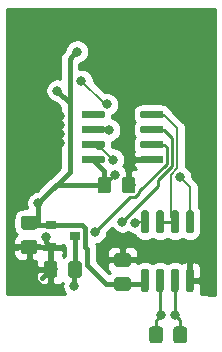
<source format=gbr>
G04 #@! TF.GenerationSoftware,KiCad,Pcbnew,5.1.2-f72e74a~84~ubuntu16.04.1*
G04 #@! TF.CreationDate,2019-06-21T14:24:11+02:00*
G04 #@! TF.ProjectId,microstepper,6d696372-6f73-4746-9570-7065722e6b69,rev?*
G04 #@! TF.SameCoordinates,Original*
G04 #@! TF.FileFunction,Copper,L2,Bot*
G04 #@! TF.FilePolarity,Positive*
%FSLAX46Y46*%
G04 Gerber Fmt 4.6, Leading zero omitted, Abs format (unit mm)*
G04 Created by KiCad (PCBNEW 5.1.2-f72e74a~84~ubuntu16.04.1) date 2019-06-21 14:24:11*
%MOMM*%
%LPD*%
G04 APERTURE LIST*
%ADD10C,0.100000*%
%ADD11C,1.150000*%
%ADD12C,0.600000*%
%ADD13R,0.900000X0.800000*%
%ADD14C,0.800000*%
%ADD15C,0.400000*%
%ADD16C,0.250000*%
%ADD17C,0.200000*%
%ADD18C,0.254000*%
G04 APERTURE END LIST*
D10*
G36*
X33665305Y-47535804D02*
G01*
X33689573Y-47539404D01*
X33713372Y-47545365D01*
X33736471Y-47553630D01*
X33758650Y-47564120D01*
X33779693Y-47576732D01*
X33799399Y-47591347D01*
X33817577Y-47607823D01*
X33834053Y-47626001D01*
X33848668Y-47645707D01*
X33861280Y-47666750D01*
X33871770Y-47688929D01*
X33880035Y-47712028D01*
X33885996Y-47735827D01*
X33889596Y-47760095D01*
X33890800Y-47784599D01*
X33890800Y-48684601D01*
X33889596Y-48709105D01*
X33885996Y-48733373D01*
X33880035Y-48757172D01*
X33871770Y-48780271D01*
X33861280Y-48802450D01*
X33848668Y-48823493D01*
X33834053Y-48843199D01*
X33817577Y-48861377D01*
X33799399Y-48877853D01*
X33779693Y-48892468D01*
X33758650Y-48905080D01*
X33736471Y-48915570D01*
X33713372Y-48923835D01*
X33689573Y-48929796D01*
X33665305Y-48933396D01*
X33640801Y-48934600D01*
X32990799Y-48934600D01*
X32966295Y-48933396D01*
X32942027Y-48929796D01*
X32918228Y-48923835D01*
X32895129Y-48915570D01*
X32872950Y-48905080D01*
X32851907Y-48892468D01*
X32832201Y-48877853D01*
X32814023Y-48861377D01*
X32797547Y-48843199D01*
X32782932Y-48823493D01*
X32770320Y-48802450D01*
X32759830Y-48780271D01*
X32751565Y-48757172D01*
X32745604Y-48733373D01*
X32742004Y-48709105D01*
X32740800Y-48684601D01*
X32740800Y-47784599D01*
X32742004Y-47760095D01*
X32745604Y-47735827D01*
X32751565Y-47712028D01*
X32759830Y-47688929D01*
X32770320Y-47666750D01*
X32782932Y-47645707D01*
X32797547Y-47626001D01*
X32814023Y-47607823D01*
X32832201Y-47591347D01*
X32851907Y-47576732D01*
X32872950Y-47564120D01*
X32895129Y-47553630D01*
X32918228Y-47545365D01*
X32942027Y-47539404D01*
X32966295Y-47535804D01*
X32990799Y-47534600D01*
X33640801Y-47534600D01*
X33665305Y-47535804D01*
X33665305Y-47535804D01*
G37*
D11*
X33315800Y-48234600D03*
D10*
G36*
X35715305Y-47535804D02*
G01*
X35739573Y-47539404D01*
X35763372Y-47545365D01*
X35786471Y-47553630D01*
X35808650Y-47564120D01*
X35829693Y-47576732D01*
X35849399Y-47591347D01*
X35867577Y-47607823D01*
X35884053Y-47626001D01*
X35898668Y-47645707D01*
X35911280Y-47666750D01*
X35921770Y-47688929D01*
X35930035Y-47712028D01*
X35935996Y-47735827D01*
X35939596Y-47760095D01*
X35940800Y-47784599D01*
X35940800Y-48684601D01*
X35939596Y-48709105D01*
X35935996Y-48733373D01*
X35930035Y-48757172D01*
X35921770Y-48780271D01*
X35911280Y-48802450D01*
X35898668Y-48823493D01*
X35884053Y-48843199D01*
X35867577Y-48861377D01*
X35849399Y-48877853D01*
X35829693Y-48892468D01*
X35808650Y-48905080D01*
X35786471Y-48915570D01*
X35763372Y-48923835D01*
X35739573Y-48929796D01*
X35715305Y-48933396D01*
X35690801Y-48934600D01*
X35040799Y-48934600D01*
X35016295Y-48933396D01*
X34992027Y-48929796D01*
X34968228Y-48923835D01*
X34945129Y-48915570D01*
X34922950Y-48905080D01*
X34901907Y-48892468D01*
X34882201Y-48877853D01*
X34864023Y-48861377D01*
X34847547Y-48843199D01*
X34832932Y-48823493D01*
X34820320Y-48802450D01*
X34809830Y-48780271D01*
X34801565Y-48757172D01*
X34795604Y-48733373D01*
X34792004Y-48709105D01*
X34790800Y-48684601D01*
X34790800Y-47784599D01*
X34792004Y-47760095D01*
X34795604Y-47735827D01*
X34801565Y-47712028D01*
X34809830Y-47688929D01*
X34820320Y-47666750D01*
X34832932Y-47645707D01*
X34847547Y-47626001D01*
X34864023Y-47607823D01*
X34882201Y-47591347D01*
X34901907Y-47576732D01*
X34922950Y-47564120D01*
X34945129Y-47553630D01*
X34968228Y-47545365D01*
X34992027Y-47539404D01*
X35016295Y-47535804D01*
X35040799Y-47534600D01*
X35690801Y-47534600D01*
X35715305Y-47535804D01*
X35715305Y-47535804D01*
G37*
D11*
X35365800Y-48234600D03*
D10*
G36*
X33794703Y-33101722D02*
G01*
X33809264Y-33103882D01*
X33823543Y-33107459D01*
X33837403Y-33112418D01*
X33850710Y-33118712D01*
X33863336Y-33126280D01*
X33875159Y-33135048D01*
X33886066Y-33144934D01*
X33895952Y-33155841D01*
X33904720Y-33167664D01*
X33912288Y-33180290D01*
X33918582Y-33193597D01*
X33923541Y-33207457D01*
X33927118Y-33221736D01*
X33929278Y-33236297D01*
X33930000Y-33251000D01*
X33930000Y-33551000D01*
X33929278Y-33565703D01*
X33927118Y-33580264D01*
X33923541Y-33594543D01*
X33918582Y-33608403D01*
X33912288Y-33621710D01*
X33904720Y-33634336D01*
X33895952Y-33646159D01*
X33886066Y-33657066D01*
X33875159Y-33666952D01*
X33863336Y-33675720D01*
X33850710Y-33683288D01*
X33837403Y-33689582D01*
X33823543Y-33694541D01*
X33809264Y-33698118D01*
X33794703Y-33700278D01*
X33780000Y-33701000D01*
X32130000Y-33701000D01*
X32115297Y-33700278D01*
X32100736Y-33698118D01*
X32086457Y-33694541D01*
X32072597Y-33689582D01*
X32059290Y-33683288D01*
X32046664Y-33675720D01*
X32034841Y-33666952D01*
X32023934Y-33657066D01*
X32014048Y-33646159D01*
X32005280Y-33634336D01*
X31997712Y-33621710D01*
X31991418Y-33608403D01*
X31986459Y-33594543D01*
X31982882Y-33580264D01*
X31980722Y-33565703D01*
X31980000Y-33551000D01*
X31980000Y-33251000D01*
X31980722Y-33236297D01*
X31982882Y-33221736D01*
X31986459Y-33207457D01*
X31991418Y-33193597D01*
X31997712Y-33180290D01*
X32005280Y-33167664D01*
X32014048Y-33155841D01*
X32023934Y-33144934D01*
X32034841Y-33135048D01*
X32046664Y-33126280D01*
X32059290Y-33118712D01*
X32072597Y-33112418D01*
X32086457Y-33107459D01*
X32100736Y-33103882D01*
X32115297Y-33101722D01*
X32130000Y-33101000D01*
X33780000Y-33101000D01*
X33794703Y-33101722D01*
X33794703Y-33101722D01*
G37*
D12*
X32955000Y-33401000D03*
D10*
G36*
X33794703Y-31831722D02*
G01*
X33809264Y-31833882D01*
X33823543Y-31837459D01*
X33837403Y-31842418D01*
X33850710Y-31848712D01*
X33863336Y-31856280D01*
X33875159Y-31865048D01*
X33886066Y-31874934D01*
X33895952Y-31885841D01*
X33904720Y-31897664D01*
X33912288Y-31910290D01*
X33918582Y-31923597D01*
X33923541Y-31937457D01*
X33927118Y-31951736D01*
X33929278Y-31966297D01*
X33930000Y-31981000D01*
X33930000Y-32281000D01*
X33929278Y-32295703D01*
X33927118Y-32310264D01*
X33923541Y-32324543D01*
X33918582Y-32338403D01*
X33912288Y-32351710D01*
X33904720Y-32364336D01*
X33895952Y-32376159D01*
X33886066Y-32387066D01*
X33875159Y-32396952D01*
X33863336Y-32405720D01*
X33850710Y-32413288D01*
X33837403Y-32419582D01*
X33823543Y-32424541D01*
X33809264Y-32428118D01*
X33794703Y-32430278D01*
X33780000Y-32431000D01*
X32130000Y-32431000D01*
X32115297Y-32430278D01*
X32100736Y-32428118D01*
X32086457Y-32424541D01*
X32072597Y-32419582D01*
X32059290Y-32413288D01*
X32046664Y-32405720D01*
X32034841Y-32396952D01*
X32023934Y-32387066D01*
X32014048Y-32376159D01*
X32005280Y-32364336D01*
X31997712Y-32351710D01*
X31991418Y-32338403D01*
X31986459Y-32324543D01*
X31982882Y-32310264D01*
X31980722Y-32295703D01*
X31980000Y-32281000D01*
X31980000Y-31981000D01*
X31980722Y-31966297D01*
X31982882Y-31951736D01*
X31986459Y-31937457D01*
X31991418Y-31923597D01*
X31997712Y-31910290D01*
X32005280Y-31897664D01*
X32014048Y-31885841D01*
X32023934Y-31874934D01*
X32034841Y-31865048D01*
X32046664Y-31856280D01*
X32059290Y-31848712D01*
X32072597Y-31842418D01*
X32086457Y-31837459D01*
X32100736Y-31833882D01*
X32115297Y-31831722D01*
X32130000Y-31831000D01*
X33780000Y-31831000D01*
X33794703Y-31831722D01*
X33794703Y-31831722D01*
G37*
D12*
X32955000Y-32131000D03*
D10*
G36*
X33794703Y-30561722D02*
G01*
X33809264Y-30563882D01*
X33823543Y-30567459D01*
X33837403Y-30572418D01*
X33850710Y-30578712D01*
X33863336Y-30586280D01*
X33875159Y-30595048D01*
X33886066Y-30604934D01*
X33895952Y-30615841D01*
X33904720Y-30627664D01*
X33912288Y-30640290D01*
X33918582Y-30653597D01*
X33923541Y-30667457D01*
X33927118Y-30681736D01*
X33929278Y-30696297D01*
X33930000Y-30711000D01*
X33930000Y-31011000D01*
X33929278Y-31025703D01*
X33927118Y-31040264D01*
X33923541Y-31054543D01*
X33918582Y-31068403D01*
X33912288Y-31081710D01*
X33904720Y-31094336D01*
X33895952Y-31106159D01*
X33886066Y-31117066D01*
X33875159Y-31126952D01*
X33863336Y-31135720D01*
X33850710Y-31143288D01*
X33837403Y-31149582D01*
X33823543Y-31154541D01*
X33809264Y-31158118D01*
X33794703Y-31160278D01*
X33780000Y-31161000D01*
X32130000Y-31161000D01*
X32115297Y-31160278D01*
X32100736Y-31158118D01*
X32086457Y-31154541D01*
X32072597Y-31149582D01*
X32059290Y-31143288D01*
X32046664Y-31135720D01*
X32034841Y-31126952D01*
X32023934Y-31117066D01*
X32014048Y-31106159D01*
X32005280Y-31094336D01*
X31997712Y-31081710D01*
X31991418Y-31068403D01*
X31986459Y-31054543D01*
X31982882Y-31040264D01*
X31980722Y-31025703D01*
X31980000Y-31011000D01*
X31980000Y-30711000D01*
X31980722Y-30696297D01*
X31982882Y-30681736D01*
X31986459Y-30667457D01*
X31991418Y-30653597D01*
X31997712Y-30640290D01*
X32005280Y-30627664D01*
X32014048Y-30615841D01*
X32023934Y-30604934D01*
X32034841Y-30595048D01*
X32046664Y-30586280D01*
X32059290Y-30578712D01*
X32072597Y-30572418D01*
X32086457Y-30567459D01*
X32100736Y-30563882D01*
X32115297Y-30561722D01*
X32130000Y-30561000D01*
X33780000Y-30561000D01*
X33794703Y-30561722D01*
X33794703Y-30561722D01*
G37*
D12*
X32955000Y-30861000D03*
D10*
G36*
X33794703Y-29291722D02*
G01*
X33809264Y-29293882D01*
X33823543Y-29297459D01*
X33837403Y-29302418D01*
X33850710Y-29308712D01*
X33863336Y-29316280D01*
X33875159Y-29325048D01*
X33886066Y-29334934D01*
X33895952Y-29345841D01*
X33904720Y-29357664D01*
X33912288Y-29370290D01*
X33918582Y-29383597D01*
X33923541Y-29397457D01*
X33927118Y-29411736D01*
X33929278Y-29426297D01*
X33930000Y-29441000D01*
X33930000Y-29741000D01*
X33929278Y-29755703D01*
X33927118Y-29770264D01*
X33923541Y-29784543D01*
X33918582Y-29798403D01*
X33912288Y-29811710D01*
X33904720Y-29824336D01*
X33895952Y-29836159D01*
X33886066Y-29847066D01*
X33875159Y-29856952D01*
X33863336Y-29865720D01*
X33850710Y-29873288D01*
X33837403Y-29879582D01*
X33823543Y-29884541D01*
X33809264Y-29888118D01*
X33794703Y-29890278D01*
X33780000Y-29891000D01*
X32130000Y-29891000D01*
X32115297Y-29890278D01*
X32100736Y-29888118D01*
X32086457Y-29884541D01*
X32072597Y-29879582D01*
X32059290Y-29873288D01*
X32046664Y-29865720D01*
X32034841Y-29856952D01*
X32023934Y-29847066D01*
X32014048Y-29836159D01*
X32005280Y-29824336D01*
X31997712Y-29811710D01*
X31991418Y-29798403D01*
X31986459Y-29784543D01*
X31982882Y-29770264D01*
X31980722Y-29755703D01*
X31980000Y-29741000D01*
X31980000Y-29441000D01*
X31980722Y-29426297D01*
X31982882Y-29411736D01*
X31986459Y-29397457D01*
X31991418Y-29383597D01*
X31997712Y-29370290D01*
X32005280Y-29357664D01*
X32014048Y-29345841D01*
X32023934Y-29334934D01*
X32034841Y-29325048D01*
X32046664Y-29316280D01*
X32059290Y-29308712D01*
X32072597Y-29302418D01*
X32086457Y-29297459D01*
X32100736Y-29293882D01*
X32115297Y-29291722D01*
X32130000Y-29291000D01*
X33780000Y-29291000D01*
X33794703Y-29291722D01*
X33794703Y-29291722D01*
G37*
D12*
X32955000Y-29591000D03*
D10*
G36*
X28844703Y-29291722D02*
G01*
X28859264Y-29293882D01*
X28873543Y-29297459D01*
X28887403Y-29302418D01*
X28900710Y-29308712D01*
X28913336Y-29316280D01*
X28925159Y-29325048D01*
X28936066Y-29334934D01*
X28945952Y-29345841D01*
X28954720Y-29357664D01*
X28962288Y-29370290D01*
X28968582Y-29383597D01*
X28973541Y-29397457D01*
X28977118Y-29411736D01*
X28979278Y-29426297D01*
X28980000Y-29441000D01*
X28980000Y-29741000D01*
X28979278Y-29755703D01*
X28977118Y-29770264D01*
X28973541Y-29784543D01*
X28968582Y-29798403D01*
X28962288Y-29811710D01*
X28954720Y-29824336D01*
X28945952Y-29836159D01*
X28936066Y-29847066D01*
X28925159Y-29856952D01*
X28913336Y-29865720D01*
X28900710Y-29873288D01*
X28887403Y-29879582D01*
X28873543Y-29884541D01*
X28859264Y-29888118D01*
X28844703Y-29890278D01*
X28830000Y-29891000D01*
X27180000Y-29891000D01*
X27165297Y-29890278D01*
X27150736Y-29888118D01*
X27136457Y-29884541D01*
X27122597Y-29879582D01*
X27109290Y-29873288D01*
X27096664Y-29865720D01*
X27084841Y-29856952D01*
X27073934Y-29847066D01*
X27064048Y-29836159D01*
X27055280Y-29824336D01*
X27047712Y-29811710D01*
X27041418Y-29798403D01*
X27036459Y-29784543D01*
X27032882Y-29770264D01*
X27030722Y-29755703D01*
X27030000Y-29741000D01*
X27030000Y-29441000D01*
X27030722Y-29426297D01*
X27032882Y-29411736D01*
X27036459Y-29397457D01*
X27041418Y-29383597D01*
X27047712Y-29370290D01*
X27055280Y-29357664D01*
X27064048Y-29345841D01*
X27073934Y-29334934D01*
X27084841Y-29325048D01*
X27096664Y-29316280D01*
X27109290Y-29308712D01*
X27122597Y-29302418D01*
X27136457Y-29297459D01*
X27150736Y-29293882D01*
X27165297Y-29291722D01*
X27180000Y-29291000D01*
X28830000Y-29291000D01*
X28844703Y-29291722D01*
X28844703Y-29291722D01*
G37*
D12*
X28005000Y-29591000D03*
D10*
G36*
X28844703Y-30561722D02*
G01*
X28859264Y-30563882D01*
X28873543Y-30567459D01*
X28887403Y-30572418D01*
X28900710Y-30578712D01*
X28913336Y-30586280D01*
X28925159Y-30595048D01*
X28936066Y-30604934D01*
X28945952Y-30615841D01*
X28954720Y-30627664D01*
X28962288Y-30640290D01*
X28968582Y-30653597D01*
X28973541Y-30667457D01*
X28977118Y-30681736D01*
X28979278Y-30696297D01*
X28980000Y-30711000D01*
X28980000Y-31011000D01*
X28979278Y-31025703D01*
X28977118Y-31040264D01*
X28973541Y-31054543D01*
X28968582Y-31068403D01*
X28962288Y-31081710D01*
X28954720Y-31094336D01*
X28945952Y-31106159D01*
X28936066Y-31117066D01*
X28925159Y-31126952D01*
X28913336Y-31135720D01*
X28900710Y-31143288D01*
X28887403Y-31149582D01*
X28873543Y-31154541D01*
X28859264Y-31158118D01*
X28844703Y-31160278D01*
X28830000Y-31161000D01*
X27180000Y-31161000D01*
X27165297Y-31160278D01*
X27150736Y-31158118D01*
X27136457Y-31154541D01*
X27122597Y-31149582D01*
X27109290Y-31143288D01*
X27096664Y-31135720D01*
X27084841Y-31126952D01*
X27073934Y-31117066D01*
X27064048Y-31106159D01*
X27055280Y-31094336D01*
X27047712Y-31081710D01*
X27041418Y-31068403D01*
X27036459Y-31054543D01*
X27032882Y-31040264D01*
X27030722Y-31025703D01*
X27030000Y-31011000D01*
X27030000Y-30711000D01*
X27030722Y-30696297D01*
X27032882Y-30681736D01*
X27036459Y-30667457D01*
X27041418Y-30653597D01*
X27047712Y-30640290D01*
X27055280Y-30627664D01*
X27064048Y-30615841D01*
X27073934Y-30604934D01*
X27084841Y-30595048D01*
X27096664Y-30586280D01*
X27109290Y-30578712D01*
X27122597Y-30572418D01*
X27136457Y-30567459D01*
X27150736Y-30563882D01*
X27165297Y-30561722D01*
X27180000Y-30561000D01*
X28830000Y-30561000D01*
X28844703Y-30561722D01*
X28844703Y-30561722D01*
G37*
D12*
X28005000Y-30861000D03*
D10*
G36*
X28844703Y-31831722D02*
G01*
X28859264Y-31833882D01*
X28873543Y-31837459D01*
X28887403Y-31842418D01*
X28900710Y-31848712D01*
X28913336Y-31856280D01*
X28925159Y-31865048D01*
X28936066Y-31874934D01*
X28945952Y-31885841D01*
X28954720Y-31897664D01*
X28962288Y-31910290D01*
X28968582Y-31923597D01*
X28973541Y-31937457D01*
X28977118Y-31951736D01*
X28979278Y-31966297D01*
X28980000Y-31981000D01*
X28980000Y-32281000D01*
X28979278Y-32295703D01*
X28977118Y-32310264D01*
X28973541Y-32324543D01*
X28968582Y-32338403D01*
X28962288Y-32351710D01*
X28954720Y-32364336D01*
X28945952Y-32376159D01*
X28936066Y-32387066D01*
X28925159Y-32396952D01*
X28913336Y-32405720D01*
X28900710Y-32413288D01*
X28887403Y-32419582D01*
X28873543Y-32424541D01*
X28859264Y-32428118D01*
X28844703Y-32430278D01*
X28830000Y-32431000D01*
X27180000Y-32431000D01*
X27165297Y-32430278D01*
X27150736Y-32428118D01*
X27136457Y-32424541D01*
X27122597Y-32419582D01*
X27109290Y-32413288D01*
X27096664Y-32405720D01*
X27084841Y-32396952D01*
X27073934Y-32387066D01*
X27064048Y-32376159D01*
X27055280Y-32364336D01*
X27047712Y-32351710D01*
X27041418Y-32338403D01*
X27036459Y-32324543D01*
X27032882Y-32310264D01*
X27030722Y-32295703D01*
X27030000Y-32281000D01*
X27030000Y-31981000D01*
X27030722Y-31966297D01*
X27032882Y-31951736D01*
X27036459Y-31937457D01*
X27041418Y-31923597D01*
X27047712Y-31910290D01*
X27055280Y-31897664D01*
X27064048Y-31885841D01*
X27073934Y-31874934D01*
X27084841Y-31865048D01*
X27096664Y-31856280D01*
X27109290Y-31848712D01*
X27122597Y-31842418D01*
X27136457Y-31837459D01*
X27150736Y-31833882D01*
X27165297Y-31831722D01*
X27180000Y-31831000D01*
X28830000Y-31831000D01*
X28844703Y-31831722D01*
X28844703Y-31831722D01*
G37*
D12*
X28005000Y-32131000D03*
D10*
G36*
X28844703Y-33101722D02*
G01*
X28859264Y-33103882D01*
X28873543Y-33107459D01*
X28887403Y-33112418D01*
X28900710Y-33118712D01*
X28913336Y-33126280D01*
X28925159Y-33135048D01*
X28936066Y-33144934D01*
X28945952Y-33155841D01*
X28954720Y-33167664D01*
X28962288Y-33180290D01*
X28968582Y-33193597D01*
X28973541Y-33207457D01*
X28977118Y-33221736D01*
X28979278Y-33236297D01*
X28980000Y-33251000D01*
X28980000Y-33551000D01*
X28979278Y-33565703D01*
X28977118Y-33580264D01*
X28973541Y-33594543D01*
X28968582Y-33608403D01*
X28962288Y-33621710D01*
X28954720Y-33634336D01*
X28945952Y-33646159D01*
X28936066Y-33657066D01*
X28925159Y-33666952D01*
X28913336Y-33675720D01*
X28900710Y-33683288D01*
X28887403Y-33689582D01*
X28873543Y-33694541D01*
X28859264Y-33698118D01*
X28844703Y-33700278D01*
X28830000Y-33701000D01*
X27180000Y-33701000D01*
X27165297Y-33700278D01*
X27150736Y-33698118D01*
X27136457Y-33694541D01*
X27122597Y-33689582D01*
X27109290Y-33683288D01*
X27096664Y-33675720D01*
X27084841Y-33666952D01*
X27073934Y-33657066D01*
X27064048Y-33646159D01*
X27055280Y-33634336D01*
X27047712Y-33621710D01*
X27041418Y-33608403D01*
X27036459Y-33594543D01*
X27032882Y-33580264D01*
X27030722Y-33565703D01*
X27030000Y-33551000D01*
X27030000Y-33251000D01*
X27030722Y-33236297D01*
X27032882Y-33221736D01*
X27036459Y-33207457D01*
X27041418Y-33193597D01*
X27047712Y-33180290D01*
X27055280Y-33167664D01*
X27064048Y-33155841D01*
X27073934Y-33144934D01*
X27084841Y-33135048D01*
X27096664Y-33126280D01*
X27109290Y-33118712D01*
X27122597Y-33112418D01*
X27136457Y-33107459D01*
X27150736Y-33103882D01*
X27165297Y-33101722D01*
X27180000Y-33101000D01*
X28830000Y-33101000D01*
X28844703Y-33101722D01*
X28844703Y-33101722D01*
G37*
D12*
X28005000Y-33401000D03*
D10*
G36*
X32549703Y-42648722D02*
G01*
X32564264Y-42650882D01*
X32578543Y-42654459D01*
X32592403Y-42659418D01*
X32605710Y-42665712D01*
X32618336Y-42673280D01*
X32630159Y-42682048D01*
X32641066Y-42691934D01*
X32650952Y-42702841D01*
X32659720Y-42714664D01*
X32667288Y-42727290D01*
X32673582Y-42740597D01*
X32678541Y-42754457D01*
X32682118Y-42768736D01*
X32684278Y-42783297D01*
X32685000Y-42798000D01*
X32685000Y-44448000D01*
X32684278Y-44462703D01*
X32682118Y-44477264D01*
X32678541Y-44491543D01*
X32673582Y-44505403D01*
X32667288Y-44518710D01*
X32659720Y-44531336D01*
X32650952Y-44543159D01*
X32641066Y-44554066D01*
X32630159Y-44563952D01*
X32618336Y-44572720D01*
X32605710Y-44580288D01*
X32592403Y-44586582D01*
X32578543Y-44591541D01*
X32564264Y-44595118D01*
X32549703Y-44597278D01*
X32535000Y-44598000D01*
X32235000Y-44598000D01*
X32220297Y-44597278D01*
X32205736Y-44595118D01*
X32191457Y-44591541D01*
X32177597Y-44586582D01*
X32164290Y-44580288D01*
X32151664Y-44572720D01*
X32139841Y-44563952D01*
X32128934Y-44554066D01*
X32119048Y-44543159D01*
X32110280Y-44531336D01*
X32102712Y-44518710D01*
X32096418Y-44505403D01*
X32091459Y-44491543D01*
X32087882Y-44477264D01*
X32085722Y-44462703D01*
X32085000Y-44448000D01*
X32085000Y-42798000D01*
X32085722Y-42783297D01*
X32087882Y-42768736D01*
X32091459Y-42754457D01*
X32096418Y-42740597D01*
X32102712Y-42727290D01*
X32110280Y-42714664D01*
X32119048Y-42702841D01*
X32128934Y-42691934D01*
X32139841Y-42682048D01*
X32151664Y-42673280D01*
X32164290Y-42665712D01*
X32177597Y-42659418D01*
X32191457Y-42654459D01*
X32205736Y-42650882D01*
X32220297Y-42648722D01*
X32235000Y-42648000D01*
X32535000Y-42648000D01*
X32549703Y-42648722D01*
X32549703Y-42648722D01*
G37*
D12*
X32385000Y-43623000D03*
D10*
G36*
X33819703Y-42648722D02*
G01*
X33834264Y-42650882D01*
X33848543Y-42654459D01*
X33862403Y-42659418D01*
X33875710Y-42665712D01*
X33888336Y-42673280D01*
X33900159Y-42682048D01*
X33911066Y-42691934D01*
X33920952Y-42702841D01*
X33929720Y-42714664D01*
X33937288Y-42727290D01*
X33943582Y-42740597D01*
X33948541Y-42754457D01*
X33952118Y-42768736D01*
X33954278Y-42783297D01*
X33955000Y-42798000D01*
X33955000Y-44448000D01*
X33954278Y-44462703D01*
X33952118Y-44477264D01*
X33948541Y-44491543D01*
X33943582Y-44505403D01*
X33937288Y-44518710D01*
X33929720Y-44531336D01*
X33920952Y-44543159D01*
X33911066Y-44554066D01*
X33900159Y-44563952D01*
X33888336Y-44572720D01*
X33875710Y-44580288D01*
X33862403Y-44586582D01*
X33848543Y-44591541D01*
X33834264Y-44595118D01*
X33819703Y-44597278D01*
X33805000Y-44598000D01*
X33505000Y-44598000D01*
X33490297Y-44597278D01*
X33475736Y-44595118D01*
X33461457Y-44591541D01*
X33447597Y-44586582D01*
X33434290Y-44580288D01*
X33421664Y-44572720D01*
X33409841Y-44563952D01*
X33398934Y-44554066D01*
X33389048Y-44543159D01*
X33380280Y-44531336D01*
X33372712Y-44518710D01*
X33366418Y-44505403D01*
X33361459Y-44491543D01*
X33357882Y-44477264D01*
X33355722Y-44462703D01*
X33355000Y-44448000D01*
X33355000Y-42798000D01*
X33355722Y-42783297D01*
X33357882Y-42768736D01*
X33361459Y-42754457D01*
X33366418Y-42740597D01*
X33372712Y-42727290D01*
X33380280Y-42714664D01*
X33389048Y-42702841D01*
X33398934Y-42691934D01*
X33409841Y-42682048D01*
X33421664Y-42673280D01*
X33434290Y-42665712D01*
X33447597Y-42659418D01*
X33461457Y-42654459D01*
X33475736Y-42650882D01*
X33490297Y-42648722D01*
X33505000Y-42648000D01*
X33805000Y-42648000D01*
X33819703Y-42648722D01*
X33819703Y-42648722D01*
G37*
D12*
X33655000Y-43623000D03*
D10*
G36*
X35089703Y-42648722D02*
G01*
X35104264Y-42650882D01*
X35118543Y-42654459D01*
X35132403Y-42659418D01*
X35145710Y-42665712D01*
X35158336Y-42673280D01*
X35170159Y-42682048D01*
X35181066Y-42691934D01*
X35190952Y-42702841D01*
X35199720Y-42714664D01*
X35207288Y-42727290D01*
X35213582Y-42740597D01*
X35218541Y-42754457D01*
X35222118Y-42768736D01*
X35224278Y-42783297D01*
X35225000Y-42798000D01*
X35225000Y-44448000D01*
X35224278Y-44462703D01*
X35222118Y-44477264D01*
X35218541Y-44491543D01*
X35213582Y-44505403D01*
X35207288Y-44518710D01*
X35199720Y-44531336D01*
X35190952Y-44543159D01*
X35181066Y-44554066D01*
X35170159Y-44563952D01*
X35158336Y-44572720D01*
X35145710Y-44580288D01*
X35132403Y-44586582D01*
X35118543Y-44591541D01*
X35104264Y-44595118D01*
X35089703Y-44597278D01*
X35075000Y-44598000D01*
X34775000Y-44598000D01*
X34760297Y-44597278D01*
X34745736Y-44595118D01*
X34731457Y-44591541D01*
X34717597Y-44586582D01*
X34704290Y-44580288D01*
X34691664Y-44572720D01*
X34679841Y-44563952D01*
X34668934Y-44554066D01*
X34659048Y-44543159D01*
X34650280Y-44531336D01*
X34642712Y-44518710D01*
X34636418Y-44505403D01*
X34631459Y-44491543D01*
X34627882Y-44477264D01*
X34625722Y-44462703D01*
X34625000Y-44448000D01*
X34625000Y-42798000D01*
X34625722Y-42783297D01*
X34627882Y-42768736D01*
X34631459Y-42754457D01*
X34636418Y-42740597D01*
X34642712Y-42727290D01*
X34650280Y-42714664D01*
X34659048Y-42702841D01*
X34668934Y-42691934D01*
X34679841Y-42682048D01*
X34691664Y-42673280D01*
X34704290Y-42665712D01*
X34717597Y-42659418D01*
X34731457Y-42654459D01*
X34745736Y-42650882D01*
X34760297Y-42648722D01*
X34775000Y-42648000D01*
X35075000Y-42648000D01*
X35089703Y-42648722D01*
X35089703Y-42648722D01*
G37*
D12*
X34925000Y-43623000D03*
D10*
G36*
X36359703Y-42648722D02*
G01*
X36374264Y-42650882D01*
X36388543Y-42654459D01*
X36402403Y-42659418D01*
X36415710Y-42665712D01*
X36428336Y-42673280D01*
X36440159Y-42682048D01*
X36451066Y-42691934D01*
X36460952Y-42702841D01*
X36469720Y-42714664D01*
X36477288Y-42727290D01*
X36483582Y-42740597D01*
X36488541Y-42754457D01*
X36492118Y-42768736D01*
X36494278Y-42783297D01*
X36495000Y-42798000D01*
X36495000Y-44448000D01*
X36494278Y-44462703D01*
X36492118Y-44477264D01*
X36488541Y-44491543D01*
X36483582Y-44505403D01*
X36477288Y-44518710D01*
X36469720Y-44531336D01*
X36460952Y-44543159D01*
X36451066Y-44554066D01*
X36440159Y-44563952D01*
X36428336Y-44572720D01*
X36415710Y-44580288D01*
X36402403Y-44586582D01*
X36388543Y-44591541D01*
X36374264Y-44595118D01*
X36359703Y-44597278D01*
X36345000Y-44598000D01*
X36045000Y-44598000D01*
X36030297Y-44597278D01*
X36015736Y-44595118D01*
X36001457Y-44591541D01*
X35987597Y-44586582D01*
X35974290Y-44580288D01*
X35961664Y-44572720D01*
X35949841Y-44563952D01*
X35938934Y-44554066D01*
X35929048Y-44543159D01*
X35920280Y-44531336D01*
X35912712Y-44518710D01*
X35906418Y-44505403D01*
X35901459Y-44491543D01*
X35897882Y-44477264D01*
X35895722Y-44462703D01*
X35895000Y-44448000D01*
X35895000Y-42798000D01*
X35895722Y-42783297D01*
X35897882Y-42768736D01*
X35901459Y-42754457D01*
X35906418Y-42740597D01*
X35912712Y-42727290D01*
X35920280Y-42714664D01*
X35929048Y-42702841D01*
X35938934Y-42691934D01*
X35949841Y-42682048D01*
X35961664Y-42673280D01*
X35974290Y-42665712D01*
X35987597Y-42659418D01*
X36001457Y-42654459D01*
X36015736Y-42650882D01*
X36030297Y-42648722D01*
X36045000Y-42648000D01*
X36345000Y-42648000D01*
X36359703Y-42648722D01*
X36359703Y-42648722D01*
G37*
D12*
X36195000Y-43623000D03*
D10*
G36*
X36359703Y-37698722D02*
G01*
X36374264Y-37700882D01*
X36388543Y-37704459D01*
X36402403Y-37709418D01*
X36415710Y-37715712D01*
X36428336Y-37723280D01*
X36440159Y-37732048D01*
X36451066Y-37741934D01*
X36460952Y-37752841D01*
X36469720Y-37764664D01*
X36477288Y-37777290D01*
X36483582Y-37790597D01*
X36488541Y-37804457D01*
X36492118Y-37818736D01*
X36494278Y-37833297D01*
X36495000Y-37848000D01*
X36495000Y-39498000D01*
X36494278Y-39512703D01*
X36492118Y-39527264D01*
X36488541Y-39541543D01*
X36483582Y-39555403D01*
X36477288Y-39568710D01*
X36469720Y-39581336D01*
X36460952Y-39593159D01*
X36451066Y-39604066D01*
X36440159Y-39613952D01*
X36428336Y-39622720D01*
X36415710Y-39630288D01*
X36402403Y-39636582D01*
X36388543Y-39641541D01*
X36374264Y-39645118D01*
X36359703Y-39647278D01*
X36345000Y-39648000D01*
X36045000Y-39648000D01*
X36030297Y-39647278D01*
X36015736Y-39645118D01*
X36001457Y-39641541D01*
X35987597Y-39636582D01*
X35974290Y-39630288D01*
X35961664Y-39622720D01*
X35949841Y-39613952D01*
X35938934Y-39604066D01*
X35929048Y-39593159D01*
X35920280Y-39581336D01*
X35912712Y-39568710D01*
X35906418Y-39555403D01*
X35901459Y-39541543D01*
X35897882Y-39527264D01*
X35895722Y-39512703D01*
X35895000Y-39498000D01*
X35895000Y-37848000D01*
X35895722Y-37833297D01*
X35897882Y-37818736D01*
X35901459Y-37804457D01*
X35906418Y-37790597D01*
X35912712Y-37777290D01*
X35920280Y-37764664D01*
X35929048Y-37752841D01*
X35938934Y-37741934D01*
X35949841Y-37732048D01*
X35961664Y-37723280D01*
X35974290Y-37715712D01*
X35987597Y-37709418D01*
X36001457Y-37704459D01*
X36015736Y-37700882D01*
X36030297Y-37698722D01*
X36045000Y-37698000D01*
X36345000Y-37698000D01*
X36359703Y-37698722D01*
X36359703Y-37698722D01*
G37*
D12*
X36195000Y-38673000D03*
D10*
G36*
X35089703Y-37698722D02*
G01*
X35104264Y-37700882D01*
X35118543Y-37704459D01*
X35132403Y-37709418D01*
X35145710Y-37715712D01*
X35158336Y-37723280D01*
X35170159Y-37732048D01*
X35181066Y-37741934D01*
X35190952Y-37752841D01*
X35199720Y-37764664D01*
X35207288Y-37777290D01*
X35213582Y-37790597D01*
X35218541Y-37804457D01*
X35222118Y-37818736D01*
X35224278Y-37833297D01*
X35225000Y-37848000D01*
X35225000Y-39498000D01*
X35224278Y-39512703D01*
X35222118Y-39527264D01*
X35218541Y-39541543D01*
X35213582Y-39555403D01*
X35207288Y-39568710D01*
X35199720Y-39581336D01*
X35190952Y-39593159D01*
X35181066Y-39604066D01*
X35170159Y-39613952D01*
X35158336Y-39622720D01*
X35145710Y-39630288D01*
X35132403Y-39636582D01*
X35118543Y-39641541D01*
X35104264Y-39645118D01*
X35089703Y-39647278D01*
X35075000Y-39648000D01*
X34775000Y-39648000D01*
X34760297Y-39647278D01*
X34745736Y-39645118D01*
X34731457Y-39641541D01*
X34717597Y-39636582D01*
X34704290Y-39630288D01*
X34691664Y-39622720D01*
X34679841Y-39613952D01*
X34668934Y-39604066D01*
X34659048Y-39593159D01*
X34650280Y-39581336D01*
X34642712Y-39568710D01*
X34636418Y-39555403D01*
X34631459Y-39541543D01*
X34627882Y-39527264D01*
X34625722Y-39512703D01*
X34625000Y-39498000D01*
X34625000Y-37848000D01*
X34625722Y-37833297D01*
X34627882Y-37818736D01*
X34631459Y-37804457D01*
X34636418Y-37790597D01*
X34642712Y-37777290D01*
X34650280Y-37764664D01*
X34659048Y-37752841D01*
X34668934Y-37741934D01*
X34679841Y-37732048D01*
X34691664Y-37723280D01*
X34704290Y-37715712D01*
X34717597Y-37709418D01*
X34731457Y-37704459D01*
X34745736Y-37700882D01*
X34760297Y-37698722D01*
X34775000Y-37698000D01*
X35075000Y-37698000D01*
X35089703Y-37698722D01*
X35089703Y-37698722D01*
G37*
D12*
X34925000Y-38673000D03*
D10*
G36*
X33819703Y-37698722D02*
G01*
X33834264Y-37700882D01*
X33848543Y-37704459D01*
X33862403Y-37709418D01*
X33875710Y-37715712D01*
X33888336Y-37723280D01*
X33900159Y-37732048D01*
X33911066Y-37741934D01*
X33920952Y-37752841D01*
X33929720Y-37764664D01*
X33937288Y-37777290D01*
X33943582Y-37790597D01*
X33948541Y-37804457D01*
X33952118Y-37818736D01*
X33954278Y-37833297D01*
X33955000Y-37848000D01*
X33955000Y-39498000D01*
X33954278Y-39512703D01*
X33952118Y-39527264D01*
X33948541Y-39541543D01*
X33943582Y-39555403D01*
X33937288Y-39568710D01*
X33929720Y-39581336D01*
X33920952Y-39593159D01*
X33911066Y-39604066D01*
X33900159Y-39613952D01*
X33888336Y-39622720D01*
X33875710Y-39630288D01*
X33862403Y-39636582D01*
X33848543Y-39641541D01*
X33834264Y-39645118D01*
X33819703Y-39647278D01*
X33805000Y-39648000D01*
X33505000Y-39648000D01*
X33490297Y-39647278D01*
X33475736Y-39645118D01*
X33461457Y-39641541D01*
X33447597Y-39636582D01*
X33434290Y-39630288D01*
X33421664Y-39622720D01*
X33409841Y-39613952D01*
X33398934Y-39604066D01*
X33389048Y-39593159D01*
X33380280Y-39581336D01*
X33372712Y-39568710D01*
X33366418Y-39555403D01*
X33361459Y-39541543D01*
X33357882Y-39527264D01*
X33355722Y-39512703D01*
X33355000Y-39498000D01*
X33355000Y-37848000D01*
X33355722Y-37833297D01*
X33357882Y-37818736D01*
X33361459Y-37804457D01*
X33366418Y-37790597D01*
X33372712Y-37777290D01*
X33380280Y-37764664D01*
X33389048Y-37752841D01*
X33398934Y-37741934D01*
X33409841Y-37732048D01*
X33421664Y-37723280D01*
X33434290Y-37715712D01*
X33447597Y-37709418D01*
X33461457Y-37704459D01*
X33475736Y-37700882D01*
X33490297Y-37698722D01*
X33505000Y-37698000D01*
X33805000Y-37698000D01*
X33819703Y-37698722D01*
X33819703Y-37698722D01*
G37*
D12*
X33655000Y-38673000D03*
D10*
G36*
X32549703Y-37698722D02*
G01*
X32564264Y-37700882D01*
X32578543Y-37704459D01*
X32592403Y-37709418D01*
X32605710Y-37715712D01*
X32618336Y-37723280D01*
X32630159Y-37732048D01*
X32641066Y-37741934D01*
X32650952Y-37752841D01*
X32659720Y-37764664D01*
X32667288Y-37777290D01*
X32673582Y-37790597D01*
X32678541Y-37804457D01*
X32682118Y-37818736D01*
X32684278Y-37833297D01*
X32685000Y-37848000D01*
X32685000Y-39498000D01*
X32684278Y-39512703D01*
X32682118Y-39527264D01*
X32678541Y-39541543D01*
X32673582Y-39555403D01*
X32667288Y-39568710D01*
X32659720Y-39581336D01*
X32650952Y-39593159D01*
X32641066Y-39604066D01*
X32630159Y-39613952D01*
X32618336Y-39622720D01*
X32605710Y-39630288D01*
X32592403Y-39636582D01*
X32578543Y-39641541D01*
X32564264Y-39645118D01*
X32549703Y-39647278D01*
X32535000Y-39648000D01*
X32235000Y-39648000D01*
X32220297Y-39647278D01*
X32205736Y-39645118D01*
X32191457Y-39641541D01*
X32177597Y-39636582D01*
X32164290Y-39630288D01*
X32151664Y-39622720D01*
X32139841Y-39613952D01*
X32128934Y-39604066D01*
X32119048Y-39593159D01*
X32110280Y-39581336D01*
X32102712Y-39568710D01*
X32096418Y-39555403D01*
X32091459Y-39541543D01*
X32087882Y-39527264D01*
X32085722Y-39512703D01*
X32085000Y-39498000D01*
X32085000Y-37848000D01*
X32085722Y-37833297D01*
X32087882Y-37818736D01*
X32091459Y-37804457D01*
X32096418Y-37790597D01*
X32102712Y-37777290D01*
X32110280Y-37764664D01*
X32119048Y-37752841D01*
X32128934Y-37741934D01*
X32139841Y-37732048D01*
X32151664Y-37723280D01*
X32164290Y-37715712D01*
X32177597Y-37709418D01*
X32191457Y-37704459D01*
X32205736Y-37700882D01*
X32220297Y-37698722D01*
X32235000Y-37698000D01*
X32535000Y-37698000D01*
X32549703Y-37698722D01*
X32549703Y-37698722D01*
G37*
D12*
X32385000Y-38673000D03*
D13*
X26425400Y-39878000D03*
X24425400Y-38928000D03*
X24425400Y-40828000D03*
D10*
G36*
X30954505Y-43377204D02*
G01*
X30978773Y-43380804D01*
X31002572Y-43386765D01*
X31025671Y-43395030D01*
X31047850Y-43405520D01*
X31068893Y-43418132D01*
X31088599Y-43432747D01*
X31106777Y-43449223D01*
X31123253Y-43467401D01*
X31137868Y-43487107D01*
X31150480Y-43508150D01*
X31160970Y-43530329D01*
X31169235Y-43553428D01*
X31175196Y-43577227D01*
X31178796Y-43601495D01*
X31180000Y-43625999D01*
X31180000Y-44276001D01*
X31178796Y-44300505D01*
X31175196Y-44324773D01*
X31169235Y-44348572D01*
X31160970Y-44371671D01*
X31150480Y-44393850D01*
X31137868Y-44414893D01*
X31123253Y-44434599D01*
X31106777Y-44452777D01*
X31088599Y-44469253D01*
X31068893Y-44483868D01*
X31047850Y-44496480D01*
X31025671Y-44506970D01*
X31002572Y-44515235D01*
X30978773Y-44521196D01*
X30954505Y-44524796D01*
X30930001Y-44526000D01*
X30029999Y-44526000D01*
X30005495Y-44524796D01*
X29981227Y-44521196D01*
X29957428Y-44515235D01*
X29934329Y-44506970D01*
X29912150Y-44496480D01*
X29891107Y-44483868D01*
X29871401Y-44469253D01*
X29853223Y-44452777D01*
X29836747Y-44434599D01*
X29822132Y-44414893D01*
X29809520Y-44393850D01*
X29799030Y-44371671D01*
X29790765Y-44348572D01*
X29784804Y-44324773D01*
X29781204Y-44300505D01*
X29780000Y-44276001D01*
X29780000Y-43625999D01*
X29781204Y-43601495D01*
X29784804Y-43577227D01*
X29790765Y-43553428D01*
X29799030Y-43530329D01*
X29809520Y-43508150D01*
X29822132Y-43487107D01*
X29836747Y-43467401D01*
X29853223Y-43449223D01*
X29871401Y-43432747D01*
X29891107Y-43418132D01*
X29912150Y-43405520D01*
X29934329Y-43395030D01*
X29957428Y-43386765D01*
X29981227Y-43380804D01*
X30005495Y-43377204D01*
X30029999Y-43376000D01*
X30930001Y-43376000D01*
X30954505Y-43377204D01*
X30954505Y-43377204D01*
G37*
D11*
X30480000Y-43951000D03*
D10*
G36*
X30954505Y-41327204D02*
G01*
X30978773Y-41330804D01*
X31002572Y-41336765D01*
X31025671Y-41345030D01*
X31047850Y-41355520D01*
X31068893Y-41368132D01*
X31088599Y-41382747D01*
X31106777Y-41399223D01*
X31123253Y-41417401D01*
X31137868Y-41437107D01*
X31150480Y-41458150D01*
X31160970Y-41480329D01*
X31169235Y-41503428D01*
X31175196Y-41527227D01*
X31178796Y-41551495D01*
X31180000Y-41575999D01*
X31180000Y-42226001D01*
X31178796Y-42250505D01*
X31175196Y-42274773D01*
X31169235Y-42298572D01*
X31160970Y-42321671D01*
X31150480Y-42343850D01*
X31137868Y-42364893D01*
X31123253Y-42384599D01*
X31106777Y-42402777D01*
X31088599Y-42419253D01*
X31068893Y-42433868D01*
X31047850Y-42446480D01*
X31025671Y-42456970D01*
X31002572Y-42465235D01*
X30978773Y-42471196D01*
X30954505Y-42474796D01*
X30930001Y-42476000D01*
X30029999Y-42476000D01*
X30005495Y-42474796D01*
X29981227Y-42471196D01*
X29957428Y-42465235D01*
X29934329Y-42456970D01*
X29912150Y-42446480D01*
X29891107Y-42433868D01*
X29871401Y-42419253D01*
X29853223Y-42402777D01*
X29836747Y-42384599D01*
X29822132Y-42364893D01*
X29809520Y-42343850D01*
X29799030Y-42321671D01*
X29790765Y-42298572D01*
X29784804Y-42274773D01*
X29781204Y-42250505D01*
X29780000Y-42226001D01*
X29780000Y-41575999D01*
X29781204Y-41551495D01*
X29784804Y-41527227D01*
X29790765Y-41503428D01*
X29799030Y-41480329D01*
X29809520Y-41458150D01*
X29822132Y-41437107D01*
X29836747Y-41417401D01*
X29853223Y-41399223D01*
X29871401Y-41382747D01*
X29891107Y-41368132D01*
X29912150Y-41355520D01*
X29934329Y-41345030D01*
X29957428Y-41336765D01*
X29981227Y-41330804D01*
X30005495Y-41327204D01*
X30029999Y-41326000D01*
X30930001Y-41326000D01*
X30954505Y-41327204D01*
X30954505Y-41327204D01*
G37*
D11*
X30480000Y-41901000D03*
D10*
G36*
X29296505Y-34861204D02*
G01*
X29320773Y-34864804D01*
X29344572Y-34870765D01*
X29367671Y-34879030D01*
X29389850Y-34889520D01*
X29410893Y-34902132D01*
X29430599Y-34916747D01*
X29448777Y-34933223D01*
X29465253Y-34951401D01*
X29479868Y-34971107D01*
X29492480Y-34992150D01*
X29502970Y-35014329D01*
X29511235Y-35037428D01*
X29517196Y-35061227D01*
X29520796Y-35085495D01*
X29522000Y-35109999D01*
X29522000Y-36010001D01*
X29520796Y-36034505D01*
X29517196Y-36058773D01*
X29511235Y-36082572D01*
X29502970Y-36105671D01*
X29492480Y-36127850D01*
X29479868Y-36148893D01*
X29465253Y-36168599D01*
X29448777Y-36186777D01*
X29430599Y-36203253D01*
X29410893Y-36217868D01*
X29389850Y-36230480D01*
X29367671Y-36240970D01*
X29344572Y-36249235D01*
X29320773Y-36255196D01*
X29296505Y-36258796D01*
X29272001Y-36260000D01*
X28621999Y-36260000D01*
X28597495Y-36258796D01*
X28573227Y-36255196D01*
X28549428Y-36249235D01*
X28526329Y-36240970D01*
X28504150Y-36230480D01*
X28483107Y-36217868D01*
X28463401Y-36203253D01*
X28445223Y-36186777D01*
X28428747Y-36168599D01*
X28414132Y-36148893D01*
X28401520Y-36127850D01*
X28391030Y-36105671D01*
X28382765Y-36082572D01*
X28376804Y-36058773D01*
X28373204Y-36034505D01*
X28372000Y-36010001D01*
X28372000Y-35109999D01*
X28373204Y-35085495D01*
X28376804Y-35061227D01*
X28382765Y-35037428D01*
X28391030Y-35014329D01*
X28401520Y-34992150D01*
X28414132Y-34971107D01*
X28428747Y-34951401D01*
X28445223Y-34933223D01*
X28463401Y-34916747D01*
X28483107Y-34902132D01*
X28504150Y-34889520D01*
X28526329Y-34879030D01*
X28549428Y-34870765D01*
X28573227Y-34864804D01*
X28597495Y-34861204D01*
X28621999Y-34860000D01*
X29272001Y-34860000D01*
X29296505Y-34861204D01*
X29296505Y-34861204D01*
G37*
D11*
X28947000Y-35560000D03*
D10*
G36*
X31346505Y-34861204D02*
G01*
X31370773Y-34864804D01*
X31394572Y-34870765D01*
X31417671Y-34879030D01*
X31439850Y-34889520D01*
X31460893Y-34902132D01*
X31480599Y-34916747D01*
X31498777Y-34933223D01*
X31515253Y-34951401D01*
X31529868Y-34971107D01*
X31542480Y-34992150D01*
X31552970Y-35014329D01*
X31561235Y-35037428D01*
X31567196Y-35061227D01*
X31570796Y-35085495D01*
X31572000Y-35109999D01*
X31572000Y-36010001D01*
X31570796Y-36034505D01*
X31567196Y-36058773D01*
X31561235Y-36082572D01*
X31552970Y-36105671D01*
X31542480Y-36127850D01*
X31529868Y-36148893D01*
X31515253Y-36168599D01*
X31498777Y-36186777D01*
X31480599Y-36203253D01*
X31460893Y-36217868D01*
X31439850Y-36230480D01*
X31417671Y-36240970D01*
X31394572Y-36249235D01*
X31370773Y-36255196D01*
X31346505Y-36258796D01*
X31322001Y-36260000D01*
X30671999Y-36260000D01*
X30647495Y-36258796D01*
X30623227Y-36255196D01*
X30599428Y-36249235D01*
X30576329Y-36240970D01*
X30554150Y-36230480D01*
X30533107Y-36217868D01*
X30513401Y-36203253D01*
X30495223Y-36186777D01*
X30478747Y-36168599D01*
X30464132Y-36148893D01*
X30451520Y-36127850D01*
X30441030Y-36105671D01*
X30432765Y-36082572D01*
X30426804Y-36058773D01*
X30423204Y-36034505D01*
X30422000Y-36010001D01*
X30422000Y-35109999D01*
X30423204Y-35085495D01*
X30426804Y-35061227D01*
X30432765Y-35037428D01*
X30441030Y-35014329D01*
X30451520Y-34992150D01*
X30464132Y-34971107D01*
X30478747Y-34951401D01*
X30495223Y-34933223D01*
X30513401Y-34916747D01*
X30533107Y-34902132D01*
X30554150Y-34889520D01*
X30576329Y-34879030D01*
X30599428Y-34870765D01*
X30623227Y-34864804D01*
X30647495Y-34861204D01*
X30671999Y-34860000D01*
X31322001Y-34860000D01*
X31346505Y-34861204D01*
X31346505Y-34861204D01*
G37*
D11*
X30997000Y-35560000D03*
D10*
G36*
X23055105Y-40227604D02*
G01*
X23079373Y-40231204D01*
X23103172Y-40237165D01*
X23126271Y-40245430D01*
X23148450Y-40255920D01*
X23169493Y-40268532D01*
X23189199Y-40283147D01*
X23207377Y-40299623D01*
X23223853Y-40317801D01*
X23238468Y-40337507D01*
X23251080Y-40358550D01*
X23261570Y-40380729D01*
X23269835Y-40403828D01*
X23275796Y-40427627D01*
X23279396Y-40451895D01*
X23280600Y-40476399D01*
X23280600Y-41126401D01*
X23279396Y-41150905D01*
X23275796Y-41175173D01*
X23269835Y-41198972D01*
X23261570Y-41222071D01*
X23251080Y-41244250D01*
X23238468Y-41265293D01*
X23223853Y-41284999D01*
X23207377Y-41303177D01*
X23189199Y-41319653D01*
X23169493Y-41334268D01*
X23148450Y-41346880D01*
X23126271Y-41357370D01*
X23103172Y-41365635D01*
X23079373Y-41371596D01*
X23055105Y-41375196D01*
X23030601Y-41376400D01*
X22130599Y-41376400D01*
X22106095Y-41375196D01*
X22081827Y-41371596D01*
X22058028Y-41365635D01*
X22034929Y-41357370D01*
X22012750Y-41346880D01*
X21991707Y-41334268D01*
X21972001Y-41319653D01*
X21953823Y-41303177D01*
X21937347Y-41284999D01*
X21922732Y-41265293D01*
X21910120Y-41244250D01*
X21899630Y-41222071D01*
X21891365Y-41198972D01*
X21885404Y-41175173D01*
X21881804Y-41150905D01*
X21880600Y-41126401D01*
X21880600Y-40476399D01*
X21881804Y-40451895D01*
X21885404Y-40427627D01*
X21891365Y-40403828D01*
X21899630Y-40380729D01*
X21910120Y-40358550D01*
X21922732Y-40337507D01*
X21937347Y-40317801D01*
X21953823Y-40299623D01*
X21972001Y-40283147D01*
X21991707Y-40268532D01*
X22012750Y-40255920D01*
X22034929Y-40245430D01*
X22058028Y-40237165D01*
X22081827Y-40231204D01*
X22106095Y-40227604D01*
X22130599Y-40226400D01*
X23030601Y-40226400D01*
X23055105Y-40227604D01*
X23055105Y-40227604D01*
G37*
D11*
X22580600Y-40801400D03*
D10*
G36*
X23055105Y-38177604D02*
G01*
X23079373Y-38181204D01*
X23103172Y-38187165D01*
X23126271Y-38195430D01*
X23148450Y-38205920D01*
X23169493Y-38218532D01*
X23189199Y-38233147D01*
X23207377Y-38249623D01*
X23223853Y-38267801D01*
X23238468Y-38287507D01*
X23251080Y-38308550D01*
X23261570Y-38330729D01*
X23269835Y-38353828D01*
X23275796Y-38377627D01*
X23279396Y-38401895D01*
X23280600Y-38426399D01*
X23280600Y-39076401D01*
X23279396Y-39100905D01*
X23275796Y-39125173D01*
X23269835Y-39148972D01*
X23261570Y-39172071D01*
X23251080Y-39194250D01*
X23238468Y-39215293D01*
X23223853Y-39234999D01*
X23207377Y-39253177D01*
X23189199Y-39269653D01*
X23169493Y-39284268D01*
X23148450Y-39296880D01*
X23126271Y-39307370D01*
X23103172Y-39315635D01*
X23079373Y-39321596D01*
X23055105Y-39325196D01*
X23030601Y-39326400D01*
X22130599Y-39326400D01*
X22106095Y-39325196D01*
X22081827Y-39321596D01*
X22058028Y-39315635D01*
X22034929Y-39307370D01*
X22012750Y-39296880D01*
X21991707Y-39284268D01*
X21972001Y-39269653D01*
X21953823Y-39253177D01*
X21937347Y-39234999D01*
X21922732Y-39215293D01*
X21910120Y-39194250D01*
X21899630Y-39172071D01*
X21891365Y-39148972D01*
X21885404Y-39125173D01*
X21881804Y-39100905D01*
X21880600Y-39076401D01*
X21880600Y-38426399D01*
X21881804Y-38401895D01*
X21885404Y-38377627D01*
X21891365Y-38353828D01*
X21899630Y-38330729D01*
X21910120Y-38308550D01*
X21922732Y-38287507D01*
X21937347Y-38267801D01*
X21953823Y-38249623D01*
X21972001Y-38233147D01*
X21991707Y-38218532D01*
X22012750Y-38205920D01*
X22034929Y-38195430D01*
X22058028Y-38187165D01*
X22081827Y-38181204D01*
X22106095Y-38177604D01*
X22130599Y-38176400D01*
X23030601Y-38176400D01*
X23055105Y-38177604D01*
X23055105Y-38177604D01*
G37*
D11*
X22580600Y-38751400D03*
D10*
G36*
X24749905Y-41998604D02*
G01*
X24774173Y-42002204D01*
X24797972Y-42008165D01*
X24821071Y-42016430D01*
X24843250Y-42026920D01*
X24864293Y-42039532D01*
X24883999Y-42054147D01*
X24902177Y-42070623D01*
X24918653Y-42088801D01*
X24933268Y-42108507D01*
X24945880Y-42129550D01*
X24956370Y-42151729D01*
X24964635Y-42174828D01*
X24970596Y-42198627D01*
X24974196Y-42222895D01*
X24975400Y-42247399D01*
X24975400Y-43147401D01*
X24974196Y-43171905D01*
X24970596Y-43196173D01*
X24964635Y-43219972D01*
X24956370Y-43243071D01*
X24945880Y-43265250D01*
X24933268Y-43286293D01*
X24918653Y-43305999D01*
X24902177Y-43324177D01*
X24883999Y-43340653D01*
X24864293Y-43355268D01*
X24843250Y-43367880D01*
X24821071Y-43378370D01*
X24797972Y-43386635D01*
X24774173Y-43392596D01*
X24749905Y-43396196D01*
X24725401Y-43397400D01*
X24075399Y-43397400D01*
X24050895Y-43396196D01*
X24026627Y-43392596D01*
X24002828Y-43386635D01*
X23979729Y-43378370D01*
X23957550Y-43367880D01*
X23936507Y-43355268D01*
X23916801Y-43340653D01*
X23898623Y-43324177D01*
X23882147Y-43305999D01*
X23867532Y-43286293D01*
X23854920Y-43265250D01*
X23844430Y-43243071D01*
X23836165Y-43219972D01*
X23830204Y-43196173D01*
X23826604Y-43171905D01*
X23825400Y-43147401D01*
X23825400Y-42247399D01*
X23826604Y-42222895D01*
X23830204Y-42198627D01*
X23836165Y-42174828D01*
X23844430Y-42151729D01*
X23854920Y-42129550D01*
X23867532Y-42108507D01*
X23882147Y-42088801D01*
X23898623Y-42070623D01*
X23916801Y-42054147D01*
X23936507Y-42039532D01*
X23957550Y-42026920D01*
X23979729Y-42016430D01*
X24002828Y-42008165D01*
X24026627Y-42002204D01*
X24050895Y-41998604D01*
X24075399Y-41997400D01*
X24725401Y-41997400D01*
X24749905Y-41998604D01*
X24749905Y-41998604D01*
G37*
D11*
X24400400Y-42697400D03*
D10*
G36*
X26799905Y-41998604D02*
G01*
X26824173Y-42002204D01*
X26847972Y-42008165D01*
X26871071Y-42016430D01*
X26893250Y-42026920D01*
X26914293Y-42039532D01*
X26933999Y-42054147D01*
X26952177Y-42070623D01*
X26968653Y-42088801D01*
X26983268Y-42108507D01*
X26995880Y-42129550D01*
X27006370Y-42151729D01*
X27014635Y-42174828D01*
X27020596Y-42198627D01*
X27024196Y-42222895D01*
X27025400Y-42247399D01*
X27025400Y-43147401D01*
X27024196Y-43171905D01*
X27020596Y-43196173D01*
X27014635Y-43219972D01*
X27006370Y-43243071D01*
X26995880Y-43265250D01*
X26983268Y-43286293D01*
X26968653Y-43305999D01*
X26952177Y-43324177D01*
X26933999Y-43340653D01*
X26914293Y-43355268D01*
X26893250Y-43367880D01*
X26871071Y-43378370D01*
X26847972Y-43386635D01*
X26824173Y-43392596D01*
X26799905Y-43396196D01*
X26775401Y-43397400D01*
X26125399Y-43397400D01*
X26100895Y-43396196D01*
X26076627Y-43392596D01*
X26052828Y-43386635D01*
X26029729Y-43378370D01*
X26007550Y-43367880D01*
X25986507Y-43355268D01*
X25966801Y-43340653D01*
X25948623Y-43324177D01*
X25932147Y-43305999D01*
X25917532Y-43286293D01*
X25904920Y-43265250D01*
X25894430Y-43243071D01*
X25886165Y-43219972D01*
X25880204Y-43196173D01*
X25876604Y-43171905D01*
X25875400Y-43147401D01*
X25875400Y-42247399D01*
X25876604Y-42222895D01*
X25880204Y-42198627D01*
X25886165Y-42174828D01*
X25894430Y-42151729D01*
X25904920Y-42129550D01*
X25917532Y-42108507D01*
X25932147Y-42088801D01*
X25948623Y-42070623D01*
X25966801Y-42054147D01*
X25986507Y-42039532D01*
X26007550Y-42026920D01*
X26029729Y-42016430D01*
X26052828Y-42008165D01*
X26076627Y-42002204D01*
X26100895Y-41998604D01*
X26125399Y-41997400D01*
X26775401Y-41997400D01*
X26799905Y-41998604D01*
X26799905Y-41998604D01*
G37*
D11*
X26450400Y-42697400D03*
D14*
X23368000Y-37084000D03*
X24968200Y-27559000D03*
X29852421Y-34708692D03*
X26644600Y-24257002D03*
X24000000Y-40000000D03*
X35255200Y-41376600D03*
X36220400Y-30911800D03*
X36957000Y-31267400D03*
X36957000Y-32105600D03*
X36957000Y-32969200D03*
X25199990Y-30494553D03*
X25199990Y-32003999D03*
X25199990Y-29739830D03*
X25199990Y-31249276D03*
X22656800Y-44500800D03*
X26416000Y-44094400D03*
X34899600Y-46532800D03*
X33782000Y-46583600D03*
X30480000Y-38658800D03*
X28144289Y-39524012D03*
X29355012Y-30886400D03*
X35339859Y-34890362D03*
X31572200Y-38735000D03*
X29667200Y-33401000D03*
X27000000Y-26729966D03*
X29174686Y-28731818D03*
D15*
X32057000Y-43951000D02*
X32385000Y-43623000D01*
X30480000Y-43951000D02*
X32057000Y-43951000D01*
X23384000Y-37100000D02*
X23368000Y-37084000D01*
X24892000Y-35560000D02*
X28947000Y-35560000D01*
X23368000Y-37084000D02*
X24892000Y-35560000D01*
X28947000Y-34343000D02*
X28005000Y-33401000D01*
X28947000Y-35560000D02*
X28947000Y-34343000D01*
X22757200Y-38928000D02*
X22580600Y-38751400D01*
X23368000Y-38917800D02*
X23368000Y-37084000D01*
X24425400Y-38928000D02*
X23378200Y-38928000D01*
X23378200Y-38928000D02*
X23368000Y-38917800D01*
X23378200Y-38928000D02*
X22757200Y-38928000D01*
D16*
X28947000Y-35560000D02*
X29798308Y-34708692D01*
X29798308Y-34708692D02*
X29852421Y-34708692D01*
D15*
X29117400Y-43951000D02*
X30480000Y-43951000D01*
X27508200Y-42341800D02*
X29117400Y-43951000D01*
X24425400Y-38928000D02*
X27045402Y-38928000D01*
X27045402Y-38928000D02*
X27344288Y-39226886D01*
X27508200Y-40979200D02*
X27508200Y-42341800D01*
X27344288Y-39226886D02*
X27344288Y-40815288D01*
X27344288Y-40815288D02*
X27508200Y-40979200D01*
X26000000Y-28590800D02*
X24968200Y-27559000D01*
X23368000Y-37084000D02*
X26000000Y-34452000D01*
X26000000Y-34452000D02*
X26000000Y-28590800D01*
X26000000Y-28590800D02*
X26000000Y-24901602D01*
X26000000Y-24901602D02*
X26244601Y-24657001D01*
X26244601Y-24657001D02*
X26644600Y-24257002D01*
X21665000Y-40828000D02*
X21590000Y-40903000D01*
X23662000Y-43435800D02*
X24400400Y-42697400D01*
X24000000Y-40402600D02*
X24425400Y-40828000D01*
X24000000Y-40000000D02*
X24000000Y-40402600D01*
D16*
X36595000Y-43623000D02*
X36634600Y-43662600D01*
X36195000Y-43623000D02*
X36595000Y-43623000D01*
X36634600Y-43662600D02*
X37795200Y-43662600D01*
X36195000Y-41750715D02*
X36195000Y-43623000D01*
X35820885Y-41376600D02*
X36195000Y-41750715D01*
X35255200Y-41376600D02*
X35820885Y-41376600D01*
D15*
X26450400Y-39903000D02*
X26425400Y-39878000D01*
X26450400Y-42697400D02*
X26450400Y-39903000D01*
X26162000Y-42985800D02*
X26450400Y-42697400D01*
X26416000Y-42731800D02*
X26450400Y-42697400D01*
X26416000Y-44094400D02*
X26416000Y-42731800D01*
D16*
X34925000Y-43623000D02*
X34925000Y-46507400D01*
X34925000Y-46507400D02*
X34899600Y-46532800D01*
X35365800Y-46999000D02*
X34899600Y-46532800D01*
X35365800Y-48234600D02*
X35365800Y-46999000D01*
X33655000Y-43623000D02*
X33655000Y-46456600D01*
X33655000Y-46456600D02*
X33782000Y-46583600D01*
X33315800Y-47049800D02*
X33782000Y-46583600D01*
X33315800Y-48234600D02*
X33315800Y-47049800D01*
X34705021Y-33934158D02*
X34705021Y-31536021D01*
X33495187Y-35143992D02*
X34705021Y-33934158D01*
X34705021Y-31536021D02*
X34030000Y-30861000D01*
X33495187Y-35643613D02*
X33495187Y-35143992D01*
X30480000Y-38658800D02*
X33495187Y-35643613D01*
X34030000Y-30861000D02*
X32955000Y-30861000D01*
X34030000Y-32131000D02*
X34255010Y-32356010D01*
X31083291Y-36585010D02*
X28544288Y-39124013D01*
X34255010Y-33747758D02*
X31897010Y-36105758D01*
X31897010Y-36248180D02*
X31560180Y-36585010D01*
X31560180Y-36585010D02*
X31083291Y-36585010D01*
X31897010Y-36105758D02*
X31897010Y-36248180D01*
X34255010Y-32356010D02*
X34255010Y-33747758D01*
X32955000Y-32131000D02*
X34030000Y-32131000D01*
X28544288Y-39124013D02*
X28144289Y-39524012D01*
D17*
X29329612Y-30861000D02*
X29355012Y-30886400D01*
X28005000Y-30861000D02*
X29329612Y-30861000D01*
X36195000Y-38673000D02*
X36195000Y-35745503D01*
X36195000Y-35745503D02*
X35739858Y-35290361D01*
X35739858Y-35290361D02*
X35339859Y-34890362D01*
D16*
X33655000Y-38673000D02*
X34925000Y-38673000D01*
X33985200Y-29591000D02*
X34036000Y-29641800D01*
X32955000Y-29591000D02*
X33985200Y-29591000D01*
D17*
X34554290Y-34685945D02*
X35130032Y-34110203D01*
X35130032Y-30735832D02*
X34036000Y-29641800D01*
X34554290Y-38302290D02*
X34554290Y-34685945D01*
X35130032Y-34110203D02*
X35130032Y-30735832D01*
X34925000Y-38673000D02*
X34554290Y-38302290D01*
X31634200Y-38673000D02*
X31572200Y-38735000D01*
X32385000Y-38673000D02*
X31634200Y-38673000D01*
X28375710Y-32501710D02*
X28767910Y-32501710D01*
X28005000Y-32131000D02*
X28375710Y-32501710D01*
X28767910Y-32501710D02*
X29667200Y-33401000D01*
X27000000Y-26729966D02*
X29001852Y-28731818D01*
X29001852Y-28731818D02*
X29174686Y-28731818D01*
D18*
G36*
X38315001Y-44829137D02*
G01*
X37089449Y-44825873D01*
X37120812Y-44722482D01*
X37133072Y-44598000D01*
X37130000Y-43908750D01*
X36971250Y-43750000D01*
X36322000Y-43750000D01*
X36322000Y-43770000D01*
X36068000Y-43770000D01*
X36068000Y-43750000D01*
X36048000Y-43750000D01*
X36048000Y-43496000D01*
X36068000Y-43496000D01*
X36068000Y-42171750D01*
X36322000Y-42171750D01*
X36322000Y-43496000D01*
X36971250Y-43496000D01*
X37130000Y-43337250D01*
X37133072Y-42648000D01*
X37120812Y-42523518D01*
X37084502Y-42403820D01*
X37025537Y-42293506D01*
X36946185Y-42196815D01*
X36849494Y-42117463D01*
X36739180Y-42058498D01*
X36619482Y-42022188D01*
X36495000Y-42009928D01*
X36480750Y-42013000D01*
X36322000Y-42171750D01*
X36068000Y-42171750D01*
X35909250Y-42013000D01*
X35895000Y-42009928D01*
X35770518Y-42022188D01*
X35650820Y-42058498D01*
X35540506Y-42117463D01*
X35510936Y-42141730D01*
X35376582Y-42069916D01*
X35228745Y-42025071D01*
X35075000Y-42009928D01*
X34775000Y-42009928D01*
X34621255Y-42025071D01*
X34473418Y-42069916D01*
X34337171Y-42142742D01*
X34290000Y-42181454D01*
X34242829Y-42142742D01*
X34106582Y-42069916D01*
X33958745Y-42025071D01*
X33805000Y-42009928D01*
X33505000Y-42009928D01*
X33351255Y-42025071D01*
X33203418Y-42069916D01*
X33067171Y-42142742D01*
X33020000Y-42181454D01*
X32972829Y-42142742D01*
X32836582Y-42069916D01*
X32688745Y-42025071D01*
X32535000Y-42009928D01*
X32235000Y-42009928D01*
X32081255Y-42025071D01*
X31933418Y-42069916D01*
X31797171Y-42142742D01*
X31782792Y-42154542D01*
X31656250Y-42028000D01*
X30607000Y-42028000D01*
X30607000Y-42048000D01*
X30353000Y-42048000D01*
X30353000Y-42028000D01*
X29303750Y-42028000D01*
X29145000Y-42186750D01*
X29141928Y-42476000D01*
X29154188Y-42600482D01*
X29190498Y-42720180D01*
X29249463Y-42830494D01*
X29328815Y-42927185D01*
X29408594Y-42992658D01*
X29402038Y-42998038D01*
X29376466Y-43029198D01*
X28343200Y-41995933D01*
X28343200Y-41326000D01*
X29141928Y-41326000D01*
X29145000Y-41615250D01*
X29303750Y-41774000D01*
X30353000Y-41774000D01*
X30353000Y-40849750D01*
X30607000Y-40849750D01*
X30607000Y-41774000D01*
X31656250Y-41774000D01*
X31815000Y-41615250D01*
X31818072Y-41326000D01*
X31805812Y-41201518D01*
X31769502Y-41081820D01*
X31710537Y-40971506D01*
X31631185Y-40874815D01*
X31534494Y-40795463D01*
X31424180Y-40736498D01*
X31304482Y-40700188D01*
X31180000Y-40687928D01*
X30765750Y-40691000D01*
X30607000Y-40849750D01*
X30353000Y-40849750D01*
X30194250Y-40691000D01*
X29780000Y-40687928D01*
X29655518Y-40700188D01*
X29535820Y-40736498D01*
X29425506Y-40795463D01*
X29328815Y-40874815D01*
X29249463Y-40971506D01*
X29190498Y-41081820D01*
X29154188Y-41201518D01*
X29141928Y-41326000D01*
X28343200Y-41326000D01*
X28343200Y-41020218D01*
X28347240Y-40979200D01*
X28331118Y-40815512D01*
X28329002Y-40808537D01*
X28283372Y-40658113D01*
X28230401Y-40559012D01*
X28246228Y-40559012D01*
X28446187Y-40519238D01*
X28634545Y-40441217D01*
X28804063Y-40327949D01*
X28948226Y-40183786D01*
X29061494Y-40014268D01*
X29139515Y-39825910D01*
X29179289Y-39625951D01*
X29179289Y-39563813D01*
X29575313Y-39167790D01*
X29676063Y-39318574D01*
X29820226Y-39462737D01*
X29989744Y-39576005D01*
X30178102Y-39654026D01*
X30378061Y-39693800D01*
X30581939Y-39693800D01*
X30781898Y-39654026D01*
X30968803Y-39576607D01*
X31081944Y-39652205D01*
X31270302Y-39730226D01*
X31470261Y-39770000D01*
X31497943Y-39770000D01*
X31506916Y-39799582D01*
X31579742Y-39935829D01*
X31677749Y-40055251D01*
X31797171Y-40153258D01*
X31933418Y-40226084D01*
X32081255Y-40270929D01*
X32235000Y-40286072D01*
X32535000Y-40286072D01*
X32688745Y-40270929D01*
X32836582Y-40226084D01*
X32972829Y-40153258D01*
X33020000Y-40114546D01*
X33067171Y-40153258D01*
X33203418Y-40226084D01*
X33351255Y-40270929D01*
X33505000Y-40286072D01*
X33805000Y-40286072D01*
X33958745Y-40270929D01*
X34106582Y-40226084D01*
X34242829Y-40153258D01*
X34290000Y-40114546D01*
X34337171Y-40153258D01*
X34473418Y-40226084D01*
X34621255Y-40270929D01*
X34775000Y-40286072D01*
X35075000Y-40286072D01*
X35228745Y-40270929D01*
X35376582Y-40226084D01*
X35512829Y-40153258D01*
X35560000Y-40114546D01*
X35607171Y-40153258D01*
X35743418Y-40226084D01*
X35891255Y-40270929D01*
X36045000Y-40286072D01*
X36345000Y-40286072D01*
X36498745Y-40270929D01*
X36646582Y-40226084D01*
X36782829Y-40153258D01*
X36902251Y-40055251D01*
X37000258Y-39935829D01*
X37073084Y-39799582D01*
X37117929Y-39651745D01*
X37133072Y-39498000D01*
X37133072Y-37848000D01*
X37117929Y-37694255D01*
X37073084Y-37546418D01*
X37000258Y-37410171D01*
X36930000Y-37324561D01*
X36930000Y-35781608D01*
X36933556Y-35745503D01*
X36919365Y-35601417D01*
X36892431Y-35512629D01*
X36877337Y-35462870D01*
X36809087Y-35335183D01*
X36717238Y-35223265D01*
X36689187Y-35200244D01*
X36374859Y-34885916D01*
X36374859Y-34788423D01*
X36335085Y-34588464D01*
X36257064Y-34400106D01*
X36143796Y-34230588D01*
X35999633Y-34086425D01*
X35865032Y-33996488D01*
X35865032Y-30771937D01*
X35868588Y-30735832D01*
X35854397Y-30591747D01*
X35843934Y-30557255D01*
X35812369Y-30453199D01*
X35744119Y-30325512D01*
X35652270Y-30213594D01*
X35624225Y-30190578D01*
X34693715Y-29260069D01*
X34670974Y-29217524D01*
X34599799Y-29130798D01*
X34549004Y-29080003D01*
X34525201Y-29050999D01*
X34409476Y-28956026D01*
X34386479Y-28943734D01*
X34337251Y-28883749D01*
X34217829Y-28785742D01*
X34081582Y-28712916D01*
X33933745Y-28668071D01*
X33780000Y-28652928D01*
X32130000Y-28652928D01*
X31976255Y-28668071D01*
X31828418Y-28712916D01*
X31692171Y-28785742D01*
X31572749Y-28883749D01*
X31474742Y-29003171D01*
X31401916Y-29139418D01*
X31357071Y-29287255D01*
X31341928Y-29441000D01*
X31341928Y-29741000D01*
X31357071Y-29894745D01*
X31401916Y-30042582D01*
X31474742Y-30178829D01*
X31513454Y-30226000D01*
X31474742Y-30273171D01*
X31401916Y-30409418D01*
X31357071Y-30557255D01*
X31341928Y-30711000D01*
X31341928Y-31011000D01*
X31357071Y-31164745D01*
X31401916Y-31312582D01*
X31474742Y-31448829D01*
X31513454Y-31496000D01*
X31474742Y-31543171D01*
X31401916Y-31679418D01*
X31357071Y-31827255D01*
X31341928Y-31981000D01*
X31341928Y-32281000D01*
X31357071Y-32434745D01*
X31401916Y-32582582D01*
X31473730Y-32716936D01*
X31449463Y-32746506D01*
X31390498Y-32856820D01*
X31354188Y-32976518D01*
X31341928Y-33101000D01*
X31345000Y-33115250D01*
X31503750Y-33274000D01*
X32828000Y-33274000D01*
X32828000Y-33254000D01*
X33082000Y-33254000D01*
X33082000Y-33274000D01*
X33102000Y-33274000D01*
X33102000Y-33528000D01*
X33082000Y-33528000D01*
X33082000Y-33548000D01*
X32828000Y-33548000D01*
X32828000Y-33528000D01*
X31503750Y-33528000D01*
X31345000Y-33686750D01*
X31341928Y-33701000D01*
X31354188Y-33825482D01*
X31390498Y-33945180D01*
X31449463Y-34055494D01*
X31528815Y-34152185D01*
X31619497Y-34226606D01*
X31572000Y-34221928D01*
X31282750Y-34225000D01*
X31124000Y-34383750D01*
X31124000Y-35433000D01*
X31144000Y-35433000D01*
X31144000Y-35687000D01*
X31124000Y-35687000D01*
X31124000Y-35707000D01*
X30870000Y-35707000D01*
X30870000Y-35687000D01*
X30850000Y-35687000D01*
X30850000Y-35433000D01*
X30870000Y-35433000D01*
X30870000Y-34898213D01*
X30887421Y-34810631D01*
X30887421Y-34606753D01*
X30870000Y-34519171D01*
X30870000Y-34383750D01*
X30815546Y-34329296D01*
X30769626Y-34218436D01*
X30656358Y-34048918D01*
X30550075Y-33942635D01*
X30584405Y-33891256D01*
X30662426Y-33702898D01*
X30702200Y-33502939D01*
X30702200Y-33299061D01*
X30662426Y-33099102D01*
X30584405Y-32910744D01*
X30471137Y-32741226D01*
X30326974Y-32597063D01*
X30157456Y-32483795D01*
X29969098Y-32405774D01*
X29769139Y-32366000D01*
X29671646Y-32366000D01*
X29615254Y-32309608D01*
X29618072Y-32281000D01*
X29618072Y-31981000D01*
X29609219Y-31891112D01*
X29656910Y-31881626D01*
X29845268Y-31803605D01*
X30014786Y-31690337D01*
X30158949Y-31546174D01*
X30272217Y-31376656D01*
X30350238Y-31188298D01*
X30390012Y-30988339D01*
X30390012Y-30784461D01*
X30350238Y-30584502D01*
X30272217Y-30396144D01*
X30158949Y-30226626D01*
X30014786Y-30082463D01*
X29845268Y-29969195D01*
X29656910Y-29891174D01*
X29604311Y-29880712D01*
X29618072Y-29741000D01*
X29618072Y-29668437D01*
X29664942Y-29649023D01*
X29834460Y-29535755D01*
X29978623Y-29391592D01*
X30091891Y-29222074D01*
X30169912Y-29033716D01*
X30209686Y-28833757D01*
X30209686Y-28629879D01*
X30169912Y-28429920D01*
X30091891Y-28241562D01*
X29978623Y-28072044D01*
X29834460Y-27927881D01*
X29664942Y-27814613D01*
X29476584Y-27736592D01*
X29276625Y-27696818D01*
X29072747Y-27696818D01*
X29017323Y-27707842D01*
X28035000Y-26725520D01*
X28035000Y-26628027D01*
X27995226Y-26428068D01*
X27917205Y-26239710D01*
X27803937Y-26070192D01*
X27659774Y-25926029D01*
X27490256Y-25812761D01*
X27301898Y-25734740D01*
X27101939Y-25694966D01*
X26898061Y-25694966D01*
X26835000Y-25707510D01*
X26835000Y-25274406D01*
X26946498Y-25252228D01*
X27134856Y-25174207D01*
X27304374Y-25060939D01*
X27448537Y-24916776D01*
X27561805Y-24747258D01*
X27639826Y-24558900D01*
X27679600Y-24358941D01*
X27679600Y-24155063D01*
X27639826Y-23955104D01*
X27561805Y-23766746D01*
X27448537Y-23597228D01*
X27304374Y-23453065D01*
X27134856Y-23339797D01*
X26946498Y-23261776D01*
X26746539Y-23222002D01*
X26542661Y-23222002D01*
X26342702Y-23261776D01*
X26154344Y-23339797D01*
X25984826Y-23453065D01*
X25840663Y-23597228D01*
X25727395Y-23766746D01*
X25649374Y-23955104D01*
X25620507Y-24100228D01*
X25438574Y-24282161D01*
X25406710Y-24308311D01*
X25380562Y-24340173D01*
X25302364Y-24435457D01*
X25224828Y-24580516D01*
X25177082Y-24737914D01*
X25160960Y-24901602D01*
X25165001Y-24942630D01*
X25165001Y-26542869D01*
X25070139Y-26524000D01*
X24866261Y-26524000D01*
X24666302Y-26563774D01*
X24477944Y-26641795D01*
X24308426Y-26755063D01*
X24164263Y-26899226D01*
X24050995Y-27068744D01*
X23972974Y-27257102D01*
X23933200Y-27457061D01*
X23933200Y-27660939D01*
X23972974Y-27860898D01*
X24050995Y-28049256D01*
X24164263Y-28218774D01*
X24308426Y-28362937D01*
X24477944Y-28476205D01*
X24666302Y-28554226D01*
X24811425Y-28583092D01*
X25165001Y-28936669D01*
X25165000Y-34106132D01*
X24330576Y-34940557D01*
X24298709Y-34966709D01*
X24272559Y-34998574D01*
X23211225Y-36059907D01*
X23066102Y-36088774D01*
X22877744Y-36166795D01*
X22708226Y-36280063D01*
X22564063Y-36424226D01*
X22450795Y-36593744D01*
X22372774Y-36782102D01*
X22333000Y-36982061D01*
X22333000Y-37185939D01*
X22372774Y-37385898D01*
X22435913Y-37538328D01*
X22130599Y-37538328D01*
X21957345Y-37555392D01*
X21790749Y-37605928D01*
X21637213Y-37687995D01*
X21502638Y-37798438D01*
X21392195Y-37933013D01*
X21310128Y-38086549D01*
X21259592Y-38253145D01*
X21242528Y-38426399D01*
X21242528Y-39076401D01*
X21259592Y-39249655D01*
X21310128Y-39416251D01*
X21392195Y-39569787D01*
X21502638Y-39704362D01*
X21509194Y-39709742D01*
X21429415Y-39775215D01*
X21350063Y-39871906D01*
X21291098Y-39982220D01*
X21254788Y-40101918D01*
X21242528Y-40226400D01*
X21245600Y-40515650D01*
X21404350Y-40674400D01*
X22453600Y-40674400D01*
X22453600Y-40654400D01*
X22707600Y-40654400D01*
X22707600Y-40674400D01*
X23472550Y-40674400D01*
X23499150Y-40701000D01*
X24298400Y-40701000D01*
X24298400Y-40681000D01*
X24552400Y-40681000D01*
X24552400Y-40701000D01*
X25351650Y-40701000D01*
X25436257Y-40616393D01*
X25444863Y-40632494D01*
X25524215Y-40729185D01*
X25615401Y-40804019D01*
X25615400Y-41522629D01*
X25497438Y-41619438D01*
X25492058Y-41625994D01*
X25426585Y-41546215D01*
X25425712Y-41545498D01*
X25464902Y-41472180D01*
X25501212Y-41352482D01*
X25513472Y-41228000D01*
X25510400Y-41113750D01*
X25351650Y-40955000D01*
X24552400Y-40955000D01*
X24552400Y-41496150D01*
X24527400Y-41521150D01*
X24527400Y-42570400D01*
X24547400Y-42570400D01*
X24547400Y-42824400D01*
X24527400Y-42824400D01*
X24527400Y-43873650D01*
X24686150Y-44032400D01*
X24975400Y-44035472D01*
X25099882Y-44023212D01*
X25219580Y-43986902D01*
X25329894Y-43927937D01*
X25406309Y-43865225D01*
X25381000Y-43992461D01*
X25381000Y-44196339D01*
X25420774Y-44396298D01*
X25498795Y-44584656D01*
X25612063Y-44754174D01*
X25653306Y-44795417D01*
X20685000Y-44782186D01*
X20685000Y-43397400D01*
X23187328Y-43397400D01*
X23199588Y-43521882D01*
X23235898Y-43641580D01*
X23294863Y-43751894D01*
X23374215Y-43848585D01*
X23470906Y-43927937D01*
X23581220Y-43986902D01*
X23700918Y-44023212D01*
X23825400Y-44035472D01*
X24114650Y-44032400D01*
X24273400Y-43873650D01*
X24273400Y-42824400D01*
X23349150Y-42824400D01*
X23190400Y-42983150D01*
X23187328Y-43397400D01*
X20685000Y-43397400D01*
X20685000Y-41376400D01*
X21242528Y-41376400D01*
X21254788Y-41500882D01*
X21291098Y-41620580D01*
X21350063Y-41730894D01*
X21429415Y-41827585D01*
X21526106Y-41906937D01*
X21636420Y-41965902D01*
X21756118Y-42002212D01*
X21880600Y-42014472D01*
X22294850Y-42011400D01*
X22453600Y-41852650D01*
X22453600Y-40928400D01*
X22707600Y-40928400D01*
X22707600Y-41852650D01*
X22866350Y-42011400D01*
X23187449Y-42013781D01*
X23190400Y-42411650D01*
X23349150Y-42570400D01*
X24273400Y-42570400D01*
X24273400Y-41729250D01*
X24298400Y-41704250D01*
X24298400Y-40955000D01*
X23783450Y-40955000D01*
X23756850Y-40928400D01*
X22707600Y-40928400D01*
X22453600Y-40928400D01*
X21404350Y-40928400D01*
X21245600Y-41087150D01*
X21242528Y-41376400D01*
X20685000Y-41376400D01*
X20685000Y-20685000D01*
X38315000Y-20685000D01*
X38315001Y-44829137D01*
X38315001Y-44829137D01*
G37*
X38315001Y-44829137D02*
X37089449Y-44825873D01*
X37120812Y-44722482D01*
X37133072Y-44598000D01*
X37130000Y-43908750D01*
X36971250Y-43750000D01*
X36322000Y-43750000D01*
X36322000Y-43770000D01*
X36068000Y-43770000D01*
X36068000Y-43750000D01*
X36048000Y-43750000D01*
X36048000Y-43496000D01*
X36068000Y-43496000D01*
X36068000Y-42171750D01*
X36322000Y-42171750D01*
X36322000Y-43496000D01*
X36971250Y-43496000D01*
X37130000Y-43337250D01*
X37133072Y-42648000D01*
X37120812Y-42523518D01*
X37084502Y-42403820D01*
X37025537Y-42293506D01*
X36946185Y-42196815D01*
X36849494Y-42117463D01*
X36739180Y-42058498D01*
X36619482Y-42022188D01*
X36495000Y-42009928D01*
X36480750Y-42013000D01*
X36322000Y-42171750D01*
X36068000Y-42171750D01*
X35909250Y-42013000D01*
X35895000Y-42009928D01*
X35770518Y-42022188D01*
X35650820Y-42058498D01*
X35540506Y-42117463D01*
X35510936Y-42141730D01*
X35376582Y-42069916D01*
X35228745Y-42025071D01*
X35075000Y-42009928D01*
X34775000Y-42009928D01*
X34621255Y-42025071D01*
X34473418Y-42069916D01*
X34337171Y-42142742D01*
X34290000Y-42181454D01*
X34242829Y-42142742D01*
X34106582Y-42069916D01*
X33958745Y-42025071D01*
X33805000Y-42009928D01*
X33505000Y-42009928D01*
X33351255Y-42025071D01*
X33203418Y-42069916D01*
X33067171Y-42142742D01*
X33020000Y-42181454D01*
X32972829Y-42142742D01*
X32836582Y-42069916D01*
X32688745Y-42025071D01*
X32535000Y-42009928D01*
X32235000Y-42009928D01*
X32081255Y-42025071D01*
X31933418Y-42069916D01*
X31797171Y-42142742D01*
X31782792Y-42154542D01*
X31656250Y-42028000D01*
X30607000Y-42028000D01*
X30607000Y-42048000D01*
X30353000Y-42048000D01*
X30353000Y-42028000D01*
X29303750Y-42028000D01*
X29145000Y-42186750D01*
X29141928Y-42476000D01*
X29154188Y-42600482D01*
X29190498Y-42720180D01*
X29249463Y-42830494D01*
X29328815Y-42927185D01*
X29408594Y-42992658D01*
X29402038Y-42998038D01*
X29376466Y-43029198D01*
X28343200Y-41995933D01*
X28343200Y-41326000D01*
X29141928Y-41326000D01*
X29145000Y-41615250D01*
X29303750Y-41774000D01*
X30353000Y-41774000D01*
X30353000Y-40849750D01*
X30607000Y-40849750D01*
X30607000Y-41774000D01*
X31656250Y-41774000D01*
X31815000Y-41615250D01*
X31818072Y-41326000D01*
X31805812Y-41201518D01*
X31769502Y-41081820D01*
X31710537Y-40971506D01*
X31631185Y-40874815D01*
X31534494Y-40795463D01*
X31424180Y-40736498D01*
X31304482Y-40700188D01*
X31180000Y-40687928D01*
X30765750Y-40691000D01*
X30607000Y-40849750D01*
X30353000Y-40849750D01*
X30194250Y-40691000D01*
X29780000Y-40687928D01*
X29655518Y-40700188D01*
X29535820Y-40736498D01*
X29425506Y-40795463D01*
X29328815Y-40874815D01*
X29249463Y-40971506D01*
X29190498Y-41081820D01*
X29154188Y-41201518D01*
X29141928Y-41326000D01*
X28343200Y-41326000D01*
X28343200Y-41020218D01*
X28347240Y-40979200D01*
X28331118Y-40815512D01*
X28329002Y-40808537D01*
X28283372Y-40658113D01*
X28230401Y-40559012D01*
X28246228Y-40559012D01*
X28446187Y-40519238D01*
X28634545Y-40441217D01*
X28804063Y-40327949D01*
X28948226Y-40183786D01*
X29061494Y-40014268D01*
X29139515Y-39825910D01*
X29179289Y-39625951D01*
X29179289Y-39563813D01*
X29575313Y-39167790D01*
X29676063Y-39318574D01*
X29820226Y-39462737D01*
X29989744Y-39576005D01*
X30178102Y-39654026D01*
X30378061Y-39693800D01*
X30581939Y-39693800D01*
X30781898Y-39654026D01*
X30968803Y-39576607D01*
X31081944Y-39652205D01*
X31270302Y-39730226D01*
X31470261Y-39770000D01*
X31497943Y-39770000D01*
X31506916Y-39799582D01*
X31579742Y-39935829D01*
X31677749Y-40055251D01*
X31797171Y-40153258D01*
X31933418Y-40226084D01*
X32081255Y-40270929D01*
X32235000Y-40286072D01*
X32535000Y-40286072D01*
X32688745Y-40270929D01*
X32836582Y-40226084D01*
X32972829Y-40153258D01*
X33020000Y-40114546D01*
X33067171Y-40153258D01*
X33203418Y-40226084D01*
X33351255Y-40270929D01*
X33505000Y-40286072D01*
X33805000Y-40286072D01*
X33958745Y-40270929D01*
X34106582Y-40226084D01*
X34242829Y-40153258D01*
X34290000Y-40114546D01*
X34337171Y-40153258D01*
X34473418Y-40226084D01*
X34621255Y-40270929D01*
X34775000Y-40286072D01*
X35075000Y-40286072D01*
X35228745Y-40270929D01*
X35376582Y-40226084D01*
X35512829Y-40153258D01*
X35560000Y-40114546D01*
X35607171Y-40153258D01*
X35743418Y-40226084D01*
X35891255Y-40270929D01*
X36045000Y-40286072D01*
X36345000Y-40286072D01*
X36498745Y-40270929D01*
X36646582Y-40226084D01*
X36782829Y-40153258D01*
X36902251Y-40055251D01*
X37000258Y-39935829D01*
X37073084Y-39799582D01*
X37117929Y-39651745D01*
X37133072Y-39498000D01*
X37133072Y-37848000D01*
X37117929Y-37694255D01*
X37073084Y-37546418D01*
X37000258Y-37410171D01*
X36930000Y-37324561D01*
X36930000Y-35781608D01*
X36933556Y-35745503D01*
X36919365Y-35601417D01*
X36892431Y-35512629D01*
X36877337Y-35462870D01*
X36809087Y-35335183D01*
X36717238Y-35223265D01*
X36689187Y-35200244D01*
X36374859Y-34885916D01*
X36374859Y-34788423D01*
X36335085Y-34588464D01*
X36257064Y-34400106D01*
X36143796Y-34230588D01*
X35999633Y-34086425D01*
X35865032Y-33996488D01*
X35865032Y-30771937D01*
X35868588Y-30735832D01*
X35854397Y-30591747D01*
X35843934Y-30557255D01*
X35812369Y-30453199D01*
X35744119Y-30325512D01*
X35652270Y-30213594D01*
X35624225Y-30190578D01*
X34693715Y-29260069D01*
X34670974Y-29217524D01*
X34599799Y-29130798D01*
X34549004Y-29080003D01*
X34525201Y-29050999D01*
X34409476Y-28956026D01*
X34386479Y-28943734D01*
X34337251Y-28883749D01*
X34217829Y-28785742D01*
X34081582Y-28712916D01*
X33933745Y-28668071D01*
X33780000Y-28652928D01*
X32130000Y-28652928D01*
X31976255Y-28668071D01*
X31828418Y-28712916D01*
X31692171Y-28785742D01*
X31572749Y-28883749D01*
X31474742Y-29003171D01*
X31401916Y-29139418D01*
X31357071Y-29287255D01*
X31341928Y-29441000D01*
X31341928Y-29741000D01*
X31357071Y-29894745D01*
X31401916Y-30042582D01*
X31474742Y-30178829D01*
X31513454Y-30226000D01*
X31474742Y-30273171D01*
X31401916Y-30409418D01*
X31357071Y-30557255D01*
X31341928Y-30711000D01*
X31341928Y-31011000D01*
X31357071Y-31164745D01*
X31401916Y-31312582D01*
X31474742Y-31448829D01*
X31513454Y-31496000D01*
X31474742Y-31543171D01*
X31401916Y-31679418D01*
X31357071Y-31827255D01*
X31341928Y-31981000D01*
X31341928Y-32281000D01*
X31357071Y-32434745D01*
X31401916Y-32582582D01*
X31473730Y-32716936D01*
X31449463Y-32746506D01*
X31390498Y-32856820D01*
X31354188Y-32976518D01*
X31341928Y-33101000D01*
X31345000Y-33115250D01*
X31503750Y-33274000D01*
X32828000Y-33274000D01*
X32828000Y-33254000D01*
X33082000Y-33254000D01*
X33082000Y-33274000D01*
X33102000Y-33274000D01*
X33102000Y-33528000D01*
X33082000Y-33528000D01*
X33082000Y-33548000D01*
X32828000Y-33548000D01*
X32828000Y-33528000D01*
X31503750Y-33528000D01*
X31345000Y-33686750D01*
X31341928Y-33701000D01*
X31354188Y-33825482D01*
X31390498Y-33945180D01*
X31449463Y-34055494D01*
X31528815Y-34152185D01*
X31619497Y-34226606D01*
X31572000Y-34221928D01*
X31282750Y-34225000D01*
X31124000Y-34383750D01*
X31124000Y-35433000D01*
X31144000Y-35433000D01*
X31144000Y-35687000D01*
X31124000Y-35687000D01*
X31124000Y-35707000D01*
X30870000Y-35707000D01*
X30870000Y-35687000D01*
X30850000Y-35687000D01*
X30850000Y-35433000D01*
X30870000Y-35433000D01*
X30870000Y-34898213D01*
X30887421Y-34810631D01*
X30887421Y-34606753D01*
X30870000Y-34519171D01*
X30870000Y-34383750D01*
X30815546Y-34329296D01*
X30769626Y-34218436D01*
X30656358Y-34048918D01*
X30550075Y-33942635D01*
X30584405Y-33891256D01*
X30662426Y-33702898D01*
X30702200Y-33502939D01*
X30702200Y-33299061D01*
X30662426Y-33099102D01*
X30584405Y-32910744D01*
X30471137Y-32741226D01*
X30326974Y-32597063D01*
X30157456Y-32483795D01*
X29969098Y-32405774D01*
X29769139Y-32366000D01*
X29671646Y-32366000D01*
X29615254Y-32309608D01*
X29618072Y-32281000D01*
X29618072Y-31981000D01*
X29609219Y-31891112D01*
X29656910Y-31881626D01*
X29845268Y-31803605D01*
X30014786Y-31690337D01*
X30158949Y-31546174D01*
X30272217Y-31376656D01*
X30350238Y-31188298D01*
X30390012Y-30988339D01*
X30390012Y-30784461D01*
X30350238Y-30584502D01*
X30272217Y-30396144D01*
X30158949Y-30226626D01*
X30014786Y-30082463D01*
X29845268Y-29969195D01*
X29656910Y-29891174D01*
X29604311Y-29880712D01*
X29618072Y-29741000D01*
X29618072Y-29668437D01*
X29664942Y-29649023D01*
X29834460Y-29535755D01*
X29978623Y-29391592D01*
X30091891Y-29222074D01*
X30169912Y-29033716D01*
X30209686Y-28833757D01*
X30209686Y-28629879D01*
X30169912Y-28429920D01*
X30091891Y-28241562D01*
X29978623Y-28072044D01*
X29834460Y-27927881D01*
X29664942Y-27814613D01*
X29476584Y-27736592D01*
X29276625Y-27696818D01*
X29072747Y-27696818D01*
X29017323Y-27707842D01*
X28035000Y-26725520D01*
X28035000Y-26628027D01*
X27995226Y-26428068D01*
X27917205Y-26239710D01*
X27803937Y-26070192D01*
X27659774Y-25926029D01*
X27490256Y-25812761D01*
X27301898Y-25734740D01*
X27101939Y-25694966D01*
X26898061Y-25694966D01*
X26835000Y-25707510D01*
X26835000Y-25274406D01*
X26946498Y-25252228D01*
X27134856Y-25174207D01*
X27304374Y-25060939D01*
X27448537Y-24916776D01*
X27561805Y-24747258D01*
X27639826Y-24558900D01*
X27679600Y-24358941D01*
X27679600Y-24155063D01*
X27639826Y-23955104D01*
X27561805Y-23766746D01*
X27448537Y-23597228D01*
X27304374Y-23453065D01*
X27134856Y-23339797D01*
X26946498Y-23261776D01*
X26746539Y-23222002D01*
X26542661Y-23222002D01*
X26342702Y-23261776D01*
X26154344Y-23339797D01*
X25984826Y-23453065D01*
X25840663Y-23597228D01*
X25727395Y-23766746D01*
X25649374Y-23955104D01*
X25620507Y-24100228D01*
X25438574Y-24282161D01*
X25406710Y-24308311D01*
X25380562Y-24340173D01*
X25302364Y-24435457D01*
X25224828Y-24580516D01*
X25177082Y-24737914D01*
X25160960Y-24901602D01*
X25165001Y-24942630D01*
X25165001Y-26542869D01*
X25070139Y-26524000D01*
X24866261Y-26524000D01*
X24666302Y-26563774D01*
X24477944Y-26641795D01*
X24308426Y-26755063D01*
X24164263Y-26899226D01*
X24050995Y-27068744D01*
X23972974Y-27257102D01*
X23933200Y-27457061D01*
X23933200Y-27660939D01*
X23972974Y-27860898D01*
X24050995Y-28049256D01*
X24164263Y-28218774D01*
X24308426Y-28362937D01*
X24477944Y-28476205D01*
X24666302Y-28554226D01*
X24811425Y-28583092D01*
X25165001Y-28936669D01*
X25165000Y-34106132D01*
X24330576Y-34940557D01*
X24298709Y-34966709D01*
X24272559Y-34998574D01*
X23211225Y-36059907D01*
X23066102Y-36088774D01*
X22877744Y-36166795D01*
X22708226Y-36280063D01*
X22564063Y-36424226D01*
X22450795Y-36593744D01*
X22372774Y-36782102D01*
X22333000Y-36982061D01*
X22333000Y-37185939D01*
X22372774Y-37385898D01*
X22435913Y-37538328D01*
X22130599Y-37538328D01*
X21957345Y-37555392D01*
X21790749Y-37605928D01*
X21637213Y-37687995D01*
X21502638Y-37798438D01*
X21392195Y-37933013D01*
X21310128Y-38086549D01*
X21259592Y-38253145D01*
X21242528Y-38426399D01*
X21242528Y-39076401D01*
X21259592Y-39249655D01*
X21310128Y-39416251D01*
X21392195Y-39569787D01*
X21502638Y-39704362D01*
X21509194Y-39709742D01*
X21429415Y-39775215D01*
X21350063Y-39871906D01*
X21291098Y-39982220D01*
X21254788Y-40101918D01*
X21242528Y-40226400D01*
X21245600Y-40515650D01*
X21404350Y-40674400D01*
X22453600Y-40674400D01*
X22453600Y-40654400D01*
X22707600Y-40654400D01*
X22707600Y-40674400D01*
X23472550Y-40674400D01*
X23499150Y-40701000D01*
X24298400Y-40701000D01*
X24298400Y-40681000D01*
X24552400Y-40681000D01*
X24552400Y-40701000D01*
X25351650Y-40701000D01*
X25436257Y-40616393D01*
X25444863Y-40632494D01*
X25524215Y-40729185D01*
X25615401Y-40804019D01*
X25615400Y-41522629D01*
X25497438Y-41619438D01*
X25492058Y-41625994D01*
X25426585Y-41546215D01*
X25425712Y-41545498D01*
X25464902Y-41472180D01*
X25501212Y-41352482D01*
X25513472Y-41228000D01*
X25510400Y-41113750D01*
X25351650Y-40955000D01*
X24552400Y-40955000D01*
X24552400Y-41496150D01*
X24527400Y-41521150D01*
X24527400Y-42570400D01*
X24547400Y-42570400D01*
X24547400Y-42824400D01*
X24527400Y-42824400D01*
X24527400Y-43873650D01*
X24686150Y-44032400D01*
X24975400Y-44035472D01*
X25099882Y-44023212D01*
X25219580Y-43986902D01*
X25329894Y-43927937D01*
X25406309Y-43865225D01*
X25381000Y-43992461D01*
X25381000Y-44196339D01*
X25420774Y-44396298D01*
X25498795Y-44584656D01*
X25612063Y-44754174D01*
X25653306Y-44795417D01*
X20685000Y-44782186D01*
X20685000Y-43397400D01*
X23187328Y-43397400D01*
X23199588Y-43521882D01*
X23235898Y-43641580D01*
X23294863Y-43751894D01*
X23374215Y-43848585D01*
X23470906Y-43927937D01*
X23581220Y-43986902D01*
X23700918Y-44023212D01*
X23825400Y-44035472D01*
X24114650Y-44032400D01*
X24273400Y-43873650D01*
X24273400Y-42824400D01*
X23349150Y-42824400D01*
X23190400Y-42983150D01*
X23187328Y-43397400D01*
X20685000Y-43397400D01*
X20685000Y-41376400D01*
X21242528Y-41376400D01*
X21254788Y-41500882D01*
X21291098Y-41620580D01*
X21350063Y-41730894D01*
X21429415Y-41827585D01*
X21526106Y-41906937D01*
X21636420Y-41965902D01*
X21756118Y-42002212D01*
X21880600Y-42014472D01*
X22294850Y-42011400D01*
X22453600Y-41852650D01*
X22453600Y-40928400D01*
X22707600Y-40928400D01*
X22707600Y-41852650D01*
X22866350Y-42011400D01*
X23187449Y-42013781D01*
X23190400Y-42411650D01*
X23349150Y-42570400D01*
X24273400Y-42570400D01*
X24273400Y-41729250D01*
X24298400Y-41704250D01*
X24298400Y-40955000D01*
X23783450Y-40955000D01*
X23756850Y-40928400D01*
X22707600Y-40928400D01*
X22453600Y-40928400D01*
X21404350Y-40928400D01*
X21245600Y-41087150D01*
X21242528Y-41376400D01*
X20685000Y-41376400D01*
X20685000Y-20685000D01*
X38315000Y-20685000D01*
X38315001Y-44829137D01*
M02*

</source>
